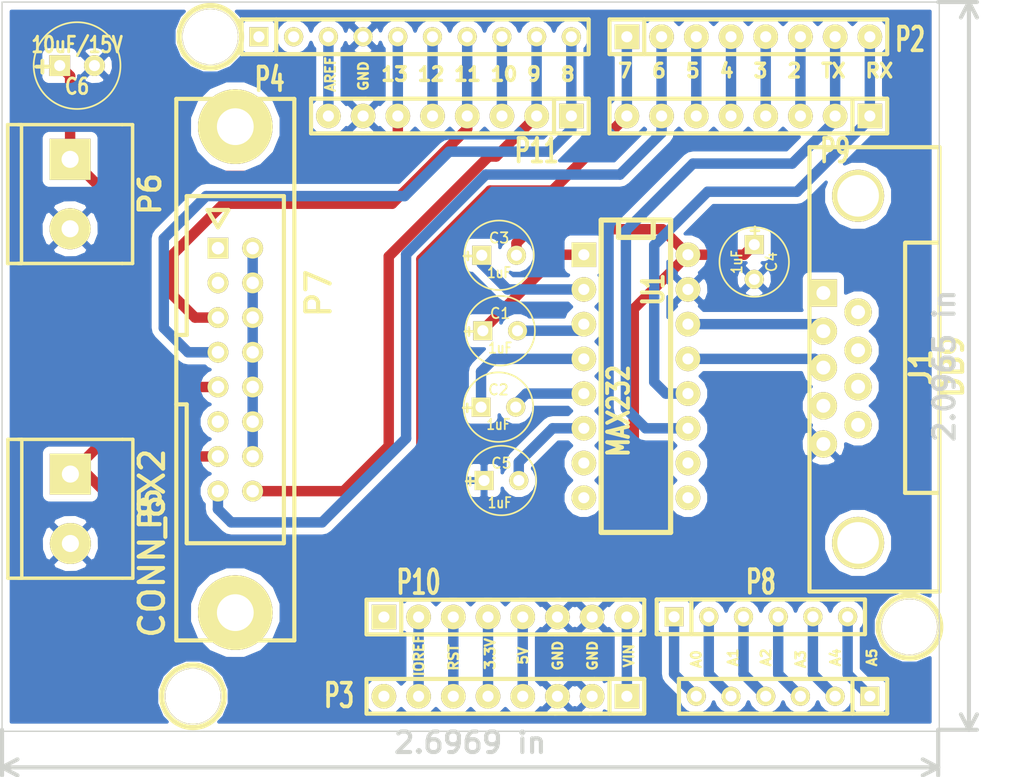
<source format=kicad_pcb>
(kicad_pcb (version 3) (host pcbnew "(2013-07-07 BZR 4022)-stable")

  (general
    (links 65)
    (no_connects 0)
    (area 197.9696 99.949999 278.749999 158.7)
    (thickness 1.6)
    (drawings 25)
    (tracks 146)
    (zones 0)
    (modules 22)
    (nets 38)
  )

  (page A3)
  (layers
    (15 F.Cu signal)
    (0 B.Cu signal)
    (16 B.Adhes user)
    (17 F.Adhes user)
    (18 B.Paste user)
    (19 F.Paste user)
    (20 B.SilkS user)
    (21 F.SilkS user)
    (22 B.Mask user)
    (23 F.Mask user)
    (24 Dwgs.User user)
    (25 Cmts.User user)
    (26 Eco1.User user)
    (27 Eco2.User user)
    (28 Edge.Cuts user)
  )

  (setup
    (last_trace_width 0.762)
    (trace_clearance 0.254)
    (zone_clearance 0.508)
    (zone_45_only yes)
    (trace_min 0.254)
    (segment_width 0.2)
    (edge_width 0.1)
    (via_size 0.889)
    (via_drill 0.635)
    (via_min_size 0.889)
    (via_min_drill 0.508)
    (uvia_size 0.508)
    (uvia_drill 0.127)
    (uvias_allowed no)
    (uvia_min_size 0.508)
    (uvia_min_drill 0.127)
    (pcb_text_width 0.3)
    (pcb_text_size 1.5 1.5)
    (mod_edge_width 0.15)
    (mod_text_size 1 1)
    (mod_text_width 0.15)
    (pad_size 4.064 4.064)
    (pad_drill 4)
    (pad_to_mask_clearance 0)
    (aux_axis_origin 0 0)
    (visible_elements 7FFFFFFF)
    (pcbplotparams
      (layerselection 3178497)
      (usegerberextensions true)
      (excludeedgelayer true)
      (linewidth 0.150000)
      (plotframeref false)
      (viasonmask false)
      (mode 1)
      (useauxorigin false)
      (hpglpennumber 1)
      (hpglpenspeed 20)
      (hpglpendiameter 15)
      (hpglpenoverlay 2)
      (psnegative false)
      (psa4output false)
      (plotreference true)
      (plotvalue true)
      (plotothertext true)
      (plotinvisibletext false)
      (padsonsilk false)
      (subtractmaskfromsilk false)
      (outputformat 1)
      (mirror false)
      (drillshape 1)
      (scaleselection 1)
      (outputdirectory ""))
  )

  (net 0 "")
  (net 1 /10)
  (net 2 /11)
  (net 3 /12)
  (net 4 /13)
  (net 5 /2)
  (net 6 /3)
  (net 7 /3.3V)
  (net 8 /4)
  (net 9 /5)
  (net 10 /5V)
  (net 11 /6)
  (net 12 /7)
  (net 13 /8)
  (net 14 /9)
  (net 15 /A0)
  (net 16 /A1)
  (net 17 /A2)
  (net 18 /A3)
  (net 19 /A4)
  (net 20 /A5)
  (net 21 /AREF)
  (net 22 /IOREF)
  (net 23 /RST)
  (net 24 /RX)
  (net 25 /RX_DB9)
  (net 26 /TX)
  (net 27 /TX_DB9)
  (net 28 /VCC)
  (net 29 /VIN)
  (net 30 GND)
  (net 31 N-0000017)
  (net 32 N-0000018)
  (net 33 N-0000019)
  (net 34 N-0000020)
  (net 35 N-0000021)
  (net 36 N-0000022)
  (net 37 N-0000023)

  (net_class Default "This is the default net class."
    (clearance 0.254)
    (trace_width 0.762)
    (via_dia 0.889)
    (via_drill 0.635)
    (uvia_dia 0.508)
    (uvia_drill 0.127)
    (add_net "")
    (add_net /10)
    (add_net /11)
    (add_net /12)
    (add_net /13)
    (add_net /2)
    (add_net /3)
    (add_net /3.3V)
    (add_net /4)
    (add_net /5)
    (add_net /5V)
    (add_net /6)
    (add_net /7)
    (add_net /8)
    (add_net /9)
    (add_net /A0)
    (add_net /A1)
    (add_net /A2)
    (add_net /A3)
    (add_net /A4)
    (add_net /A5)
    (add_net /AREF)
    (add_net /IOREF)
    (add_net /RST)
    (add_net /RX)
    (add_net /RX_DB9)
    (add_net /TX)
    (add_net /TX_DB9)
    (add_net /VCC)
    (add_net /VIN)
    (add_net GND)
    (add_net N-0000017)
    (add_net N-0000018)
    (add_net N-0000019)
    (add_net N-0000020)
    (add_net N-0000021)
    (add_net N-0000022)
    (add_net N-0000023)
  )

  (module SIL-8 (layer F.Cu) (tedit 561B7213) (tstamp 561B57AA)
    (at 236.83 150.8 180)
    (descr "Connecteur 8 pins")
    (tags "CONN DEV")
    (path /561B48A9)
    (fp_text reference P3 (at 12.167 0.051 180) (layer F.SilkS)
      (effects (font (size 1.72974 1.08712) (thickness 0.3048)))
    )
    (fp_text value CONN_8 (at 4.37 2.83 180) (layer F.SilkS) hide
      (effects (font (size 1.524 1.016) (thickness 0.254)))
    )
    (fp_line (start -10.16 -1.27) (end 10.16 -1.27) (layer F.SilkS) (width 0.3048))
    (fp_line (start 10.16 -1.27) (end 10.16 1.27) (layer F.SilkS) (width 0.3048))
    (fp_line (start 10.16 1.27) (end -10.16 1.27) (layer F.SilkS) (width 0.3048))
    (fp_line (start -10.16 1.27) (end -10.16 -1.27) (layer F.SilkS) (width 0.3048))
    (fp_line (start -7.62 1.27) (end -7.62 -1.27) (layer F.SilkS) (width 0.3048))
    (pad 1 thru_hole rect (at -8.89 0 180) (size 1.8 1.8) (drill 0.8128)
      (layers *.Cu *.Mask F.SilkS)
      (net 29 /VIN)
    )
    (pad 2 thru_hole circle (at -6.35 0 180) (size 1.8 1.8) (drill 0.8128)
      (layers *.Cu *.Mask F.SilkS)
      (net 30 GND)
    )
    (pad 3 thru_hole circle (at -3.81 0 180) (size 1.8 1.8) (drill 0.8128)
      (layers *.Cu *.Mask F.SilkS)
      (net 30 GND)
    )
    (pad 4 thru_hole circle (at -1.27 0 180) (size 1.8 1.8) (drill 0.8128)
      (layers *.Cu *.Mask F.SilkS)
      (net 10 /5V)
    )
    (pad 5 thru_hole circle (at 1.27 0 180) (size 1.8 1.8) (drill 0.8128)
      (layers *.Cu *.Mask F.SilkS)
      (net 7 /3.3V)
    )
    (pad 6 thru_hole circle (at 3.81 0 180) (size 1.8 1.8) (drill 0.8128)
      (layers *.Cu *.Mask F.SilkS)
      (net 23 /RST)
    )
    (pad 7 thru_hole circle (at 6.35 0 180) (size 1.8 1.8) (drill 0.8128)
      (layers *.Cu *.Mask F.SilkS)
      (net 22 /IOREF)
    )
    (pad 8 thru_hole circle (at 8.89 0 180) (size 1.8 1.8) (drill 0.8128)
      (layers *.Cu *.Mask F.SilkS)
    )
  )

  (module SIL-8 (layer F.Cu) (tedit 561B70F0) (tstamp 561B57BB)
    (at 254.61 102.54)
    (descr "Connecteur 8 pins")
    (tags "CONN DEV")
    (path /561B49A9)
    (fp_text reference P2 (at 11.836 0.203) (layer F.SilkS)
      (effects (font (size 1.72974 1.08712) (thickness 0.3048)))
    )
    (fp_text value CONN_8 (at 3.95 3.13) (layer F.SilkS) hide
      (effects (font (size 1.524 1.016) (thickness 0.254)))
    )
    (fp_line (start -10.16 -1.27) (end 10.16 -1.27) (layer F.SilkS) (width 0.3048))
    (fp_line (start 10.16 -1.27) (end 10.16 1.27) (layer F.SilkS) (width 0.3048))
    (fp_line (start 10.16 1.27) (end -10.16 1.27) (layer F.SilkS) (width 0.3048))
    (fp_line (start -10.16 1.27) (end -10.16 -1.27) (layer F.SilkS) (width 0.3048))
    (fp_line (start -7.62 1.27) (end -7.62 -1.27) (layer F.SilkS) (width 0.3048))
    (pad 1 thru_hole rect (at -8.89 0) (size 1.8 1.8) (drill 0.8128)
      (layers *.Cu *.Mask F.SilkS)
      (net 12 /7)
    )
    (pad 2 thru_hole circle (at -6.35 0) (size 1.8 1.8) (drill 0.8128)
      (layers *.Cu *.Mask F.SilkS)
      (net 11 /6)
    )
    (pad 3 thru_hole circle (at -3.81 0) (size 1.8 1.8) (drill 0.8128)
      (layers *.Cu *.Mask F.SilkS)
      (net 9 /5)
    )
    (pad 4 thru_hole circle (at -1.27 0) (size 1.8 1.8) (drill 0.8128)
      (layers *.Cu *.Mask F.SilkS)
      (net 8 /4)
    )
    (pad 5 thru_hole circle (at 1.27 0) (size 1.8 1.8) (drill 0.8128)
      (layers *.Cu *.Mask F.SilkS)
      (net 6 /3)
    )
    (pad 6 thru_hole circle (at 3.81 0) (size 1.8 1.8) (drill 0.8128)
      (layers *.Cu *.Mask F.SilkS)
      (net 5 /2)
    )
    (pad 7 thru_hole circle (at 6.35 0) (size 1.8 1.8) (drill 0.8128)
      (layers *.Cu *.Mask F.SilkS)
      (net 26 /TX)
    )
    (pad 8 thru_hole circle (at 8.89 0) (size 1.8 1.8) (drill 0.8128)
      (layers *.Cu *.Mask F.SilkS)
      (net 24 /RX)
    )
  )

  (module SIL-8 (layer F.Cu) (tedit 561B67CA) (tstamp 561B57CC)
    (at 236.83 145)
    (descr "Connecteur 8 pins")
    (tags "CONN DEV")
    (path /561B5A7A)
    (fp_text reference P10 (at -6.35 -2.54) (layer F.SilkS)
      (effects (font (size 1.72974 1.08712) (thickness 0.3048)))
    )
    (fp_text value CONN_8 (at 5.08 -2.54) (layer F.SilkS) hide
      (effects (font (size 1.524 1.016) (thickness 0.254)))
    )
    (fp_line (start -10.16 -1.27) (end 10.16 -1.27) (layer F.SilkS) (width 0.3048))
    (fp_line (start 10.16 -1.27) (end 10.16 1.27) (layer F.SilkS) (width 0.3048))
    (fp_line (start 10.16 1.27) (end -10.16 1.27) (layer F.SilkS) (width 0.3048))
    (fp_line (start -10.16 1.27) (end -10.16 -1.27) (layer F.SilkS) (width 0.3048))
    (fp_line (start -7.62 1.27) (end -7.62 -1.27) (layer F.SilkS) (width 0.3048))
    (pad 1 thru_hole rect (at -8.89 0) (size 1.8 1.8) (drill 0.8128)
      (layers *.Cu *.Mask F.SilkS)
    )
    (pad 2 thru_hole circle (at -6.35 0) (size 1.8 1.8) (drill 0.8128)
      (layers *.Cu *.Mask F.SilkS)
      (net 22 /IOREF)
    )
    (pad 3 thru_hole circle (at -3.81 0) (size 1.8 1.8) (drill 0.8128)
      (layers *.Cu *.Mask F.SilkS)
      (net 23 /RST)
    )
    (pad 4 thru_hole circle (at -1.27 0) (size 1.8 1.8) (drill 0.8128)
      (layers *.Cu *.Mask F.SilkS)
      (net 7 /3.3V)
    )
    (pad 5 thru_hole circle (at 1.27 0) (size 1.8 1.8) (drill 0.8128)
      (layers *.Cu *.Mask F.SilkS)
      (net 10 /5V)
    )
    (pad 6 thru_hole circle (at 3.81 0) (size 1.8 1.8) (drill 0.8128)
      (layers *.Cu *.Mask F.SilkS)
      (net 30 GND)
    )
    (pad 7 thru_hole circle (at 6.35 0) (size 1.8 1.8) (drill 0.8128)
      (layers *.Cu *.Mask F.SilkS)
      (net 30 GND)
    )
    (pad 8 thru_hole circle (at 8.89 0) (size 1.8 1.8) (drill 0.8128)
      (layers *.Cu *.Mask F.SilkS)
      (net 29 /VIN)
    )
  )

  (module SIL-8 (layer F.Cu) (tedit 561B67B8) (tstamp 561B57DD)
    (at 232.77 108.34 180)
    (descr "Connecteur 8 pins")
    (tags "CONN DEV")
    (path /561B5A6E)
    (fp_text reference P11 (at -6.35 -2.54 180) (layer F.SilkS)
      (effects (font (size 1.72974 1.08712) (thickness 0.3048)))
    )
    (fp_text value CONN_8 (at 5.08 -2.54 180) (layer F.SilkS) hide
      (effects (font (size 1.524 1.016) (thickness 0.254)))
    )
    (fp_line (start -10.16 -1.27) (end 10.16 -1.27) (layer F.SilkS) (width 0.3048))
    (fp_line (start 10.16 -1.27) (end 10.16 1.27) (layer F.SilkS) (width 0.3048))
    (fp_line (start 10.16 1.27) (end -10.16 1.27) (layer F.SilkS) (width 0.3048))
    (fp_line (start -10.16 1.27) (end -10.16 -1.27) (layer F.SilkS) (width 0.3048))
    (fp_line (start -7.62 1.27) (end -7.62 -1.27) (layer F.SilkS) (width 0.3048))
    (pad 1 thru_hole rect (at -8.89 0 180) (size 1.8 1.8) (drill 0.8128)
      (layers *.Cu *.Mask F.SilkS)
      (net 13 /8)
    )
    (pad 2 thru_hole circle (at -6.35 0 180) (size 1.8 1.8) (drill 0.8128)
      (layers *.Cu *.Mask F.SilkS)
      (net 14 /9)
    )
    (pad 3 thru_hole circle (at -3.81 0 180) (size 1.8 1.8) (drill 0.8128)
      (layers *.Cu *.Mask F.SilkS)
      (net 1 /10)
    )
    (pad 4 thru_hole circle (at -1.27 0 180) (size 1.8 1.8) (drill 0.8128)
      (layers *.Cu *.Mask F.SilkS)
      (net 2 /11)
    )
    (pad 5 thru_hole circle (at 1.27 0 180) (size 1.8 1.8) (drill 0.8128)
      (layers *.Cu *.Mask F.SilkS)
      (net 3 /12)
    )
    (pad 6 thru_hole circle (at 3.81 0 180) (size 1.8 1.8) (drill 0.8128)
      (layers *.Cu *.Mask F.SilkS)
      (net 4 /13)
    )
    (pad 7 thru_hole circle (at 6.35 0 180) (size 1.8 1.8) (drill 0.8128)
      (layers *.Cu *.Mask F.SilkS)
      (net 30 GND)
    )
    (pad 8 thru_hole circle (at 8.89 0 180) (size 1.8 1.8) (drill 0.8128)
      (layers *.Cu *.Mask F.SilkS)
      (net 21 /AREF)
    )
  )

  (module SIL-8 (layer F.Cu) (tedit 561B67B3) (tstamp 561B57EE)
    (at 254.61 108.34 180)
    (descr "Connecteur 8 pins")
    (tags "CONN DEV")
    (path /561B5A5C)
    (fp_text reference P9 (at -6.35 -2.54 180) (layer F.SilkS)
      (effects (font (size 1.72974 1.08712) (thickness 0.3048)))
    )
    (fp_text value CONN_8 (at 5.08 -2.54 180) (layer F.SilkS) hide
      (effects (font (size 1.524 1.016) (thickness 0.254)))
    )
    (fp_line (start -10.16 -1.27) (end 10.16 -1.27) (layer F.SilkS) (width 0.3048))
    (fp_line (start 10.16 -1.27) (end 10.16 1.27) (layer F.SilkS) (width 0.3048))
    (fp_line (start 10.16 1.27) (end -10.16 1.27) (layer F.SilkS) (width 0.3048))
    (fp_line (start -10.16 1.27) (end -10.16 -1.27) (layer F.SilkS) (width 0.3048))
    (fp_line (start -7.62 1.27) (end -7.62 -1.27) (layer F.SilkS) (width 0.3048))
    (pad 1 thru_hole rect (at -8.89 0 180) (size 1.8 1.8) (drill 0.8128)
      (layers *.Cu *.Mask F.SilkS)
      (net 24 /RX)
    )
    (pad 2 thru_hole circle (at -6.35 0 180) (size 1.8 1.8) (drill 0.8128)
      (layers *.Cu *.Mask F.SilkS)
      (net 26 /TX)
    )
    (pad 3 thru_hole circle (at -3.81 0 180) (size 1.8 1.8) (drill 0.8128)
      (layers *.Cu *.Mask F.SilkS)
      (net 5 /2)
    )
    (pad 4 thru_hole circle (at -1.27 0 180) (size 1.8 1.8) (drill 0.8128)
      (layers *.Cu *.Mask F.SilkS)
      (net 6 /3)
    )
    (pad 5 thru_hole circle (at 1.27 0 180) (size 1.8 1.8) (drill 0.8128)
      (layers *.Cu *.Mask F.SilkS)
      (net 8 /4)
    )
    (pad 6 thru_hole circle (at 3.81 0 180) (size 1.8 1.8) (drill 0.8128)
      (layers *.Cu *.Mask F.SilkS)
      (net 9 /5)
    )
    (pad 7 thru_hole circle (at 6.35 0 180) (size 1.8 1.8) (drill 0.8128)
      (layers *.Cu *.Mask F.SilkS)
      (net 11 /6)
    )
    (pad 8 thru_hole circle (at 8.89 0 180) (size 1.8 1.8) (drill 0.8128)
      (layers *.Cu *.Mask F.SilkS)
      (net 12 /7)
    )
  )

  (module SIL-6 (layer F.Cu) (tedit 561F90C8) (tstamp 561B6144)
    (at 257.15 150.8 180)
    (descr "Connecteur 6 pins")
    (tags "CONN DEV")
    (path /561B489A)
    (fp_text reference P1 (at -9.296 -0.076 180) (layer F.SilkS) hide
      (effects (font (size 1.72974 1.08712) (thickness 0.27178)))
    )
    (fp_text value CONN_6 (at 0 -2.54 180) (layer F.SilkS) hide
      (effects (font (size 1.524 1.016) (thickness 0.3048)))
    )
    (fp_line (start -7.62 1.27) (end -7.62 -1.27) (layer F.SilkS) (width 0.3048))
    (fp_line (start -7.62 -1.27) (end 7.62 -1.27) (layer F.SilkS) (width 0.3048))
    (fp_line (start 7.62 -1.27) (end 7.62 1.27) (layer F.SilkS) (width 0.3048))
    (fp_line (start 7.62 1.27) (end -7.62 1.27) (layer F.SilkS) (width 0.3048))
    (fp_line (start -5.08 1.27) (end -5.08 -1.27) (layer F.SilkS) (width 0.3048))
    (pad 1 thru_hole rect (at -6.35 0 180) (size 1.397 1.397) (drill 0.8128)
      (layers *.Cu *.Mask F.SilkS)
      (net 20 /A5)
    )
    (pad 2 thru_hole circle (at -3.81 0 180) (size 1.397 1.397) (drill 0.8128)
      (layers *.Cu *.Mask F.SilkS)
      (net 19 /A4)
    )
    (pad 3 thru_hole circle (at -1.27 0 180) (size 1.397 1.397) (drill 0.8128)
      (layers *.Cu *.Mask F.SilkS)
      (net 18 /A3)
    )
    (pad 4 thru_hole circle (at 1.27 0 180) (size 1.397 1.397) (drill 0.8128)
      (layers *.Cu *.Mask F.SilkS)
      (net 17 /A2)
    )
    (pad 5 thru_hole circle (at 3.81 0 180) (size 1.397 1.397) (drill 0.8128)
      (layers *.Cu *.Mask F.SilkS)
      (net 16 /A1)
    )
    (pad 6 thru_hole circle (at 6.35 0 180) (size 1.397 1.397) (drill 0.8128)
      (layers *.Cu *.Mask F.SilkS)
      (net 15 /A0)
    )
  )

  (module SIL-6 (layer F.Cu) (tedit 200000) (tstamp 561B580C)
    (at 255.524 144.9832)
    (descr "Connecteur 6 pins")
    (tags "CONN DEV")
    (path /561B5A56)
    (fp_text reference P8 (at 0 -2.54) (layer F.SilkS)
      (effects (font (size 1.72974 1.08712) (thickness 0.3048)))
    )
    (fp_text value CONN_6 (at 0 -2.54) (layer F.SilkS) hide
      (effects (font (size 1.524 1.016) (thickness 0.3048)))
    )
    (fp_line (start -7.62 1.27) (end -7.62 -1.27) (layer F.SilkS) (width 0.3048))
    (fp_line (start -7.62 -1.27) (end 7.62 -1.27) (layer F.SilkS) (width 0.3048))
    (fp_line (start 7.62 -1.27) (end 7.62 1.27) (layer F.SilkS) (width 0.3048))
    (fp_line (start 7.62 1.27) (end -7.62 1.27) (layer F.SilkS) (width 0.3048))
    (fp_line (start -5.08 1.27) (end -5.08 -1.27) (layer F.SilkS) (width 0.3048))
    (pad 1 thru_hole rect (at -6.35 0) (size 1.397 1.397) (drill 0.8128)
      (layers *.Cu *.Mask F.SilkS)
      (net 15 /A0)
    )
    (pad 2 thru_hole circle (at -3.81 0) (size 1.397 1.397) (drill 0.8128)
      (layers *.Cu *.Mask F.SilkS)
      (net 16 /A1)
    )
    (pad 3 thru_hole circle (at -1.27 0) (size 1.397 1.397) (drill 0.8128)
      (layers *.Cu *.Mask F.SilkS)
      (net 17 /A2)
    )
    (pad 4 thru_hole circle (at 1.27 0) (size 1.397 1.397) (drill 0.8128)
      (layers *.Cu *.Mask F.SilkS)
      (net 18 /A3)
    )
    (pad 5 thru_hole circle (at 3.81 0) (size 1.397 1.397) (drill 0.8128)
      (layers *.Cu *.Mask F.SilkS)
      (net 19 /A4)
    )
    (pad 6 thru_hole circle (at 6.35 0) (size 1.397 1.397) (drill 0.8128)
      (layers *.Cu *.Mask F.SilkS)
      (net 20 /A5)
    )
  )

  (module SIL-10 (layer F.Cu) (tedit 561B7157) (tstamp 561B581F)
    (at 230.226 102.54)
    (descr "Connecteur 10 pins")
    (tags "CONN DEV")
    (path /561B49B8)
    (fp_text reference P4 (at -10.643 3.124) (layer F.SilkS)
      (effects (font (size 1.72974 1.08712) (thickness 0.3048)))
    )
    (fp_text value CONN_10 (at 6.314 2.91) (layer F.SilkS) hide
      (effects (font (size 1.524 1.016) (thickness 0.254)))
    )
    (fp_line (start -12.7 1.27) (end -12.7 -1.27) (layer F.SilkS) (width 0.3048))
    (fp_line (start -12.7 -1.27) (end 12.7 -1.27) (layer F.SilkS) (width 0.3048))
    (fp_line (start 12.7 -1.27) (end 12.7 1.27) (layer F.SilkS) (width 0.3048))
    (fp_line (start 12.7 1.27) (end -12.7 1.27) (layer F.SilkS) (width 0.3048))
    (fp_line (start -10.16 1.27) (end -10.16 -1.27) (layer F.SilkS) (width 0.3048))
    (pad 1 thru_hole rect (at -11.43 0) (size 1.397 1.397) (drill 0.8128)
      (layers *.Cu *.Mask F.SilkS)
    )
    (pad 2 thru_hole circle (at -8.89 0) (size 1.397 1.397) (drill 0.8128)
      (layers *.Cu *.Mask F.SilkS)
    )
    (pad 3 thru_hole circle (at -6.35 0) (size 1.397 1.397) (drill 0.8128)
      (layers *.Cu *.Mask F.SilkS)
      (net 21 /AREF)
    )
    (pad 4 thru_hole circle (at -3.81 0) (size 1.397 1.397) (drill 0.8128)
      (layers *.Cu *.Mask F.SilkS)
      (net 30 GND)
    )
    (pad 5 thru_hole circle (at -1.27 0) (size 1.397 1.397) (drill 0.8128)
      (layers *.Cu *.Mask F.SilkS)
      (net 4 /13)
    )
    (pad 6 thru_hole circle (at 1.27 0) (size 1.397 1.397) (drill 0.8128)
      (layers *.Cu *.Mask F.SilkS)
      (net 3 /12)
    )
    (pad 7 thru_hole circle (at 3.81 0) (size 1.397 1.397) (drill 0.8128)
      (layers *.Cu *.Mask F.SilkS)
      (net 2 /11)
    )
    (pad 8 thru_hole circle (at 6.35 0) (size 1.397 1.397) (drill 0.8128)
      (layers *.Cu *.Mask F.SilkS)
      (net 1 /10)
    )
    (pad 9 thru_hole circle (at 8.89 0) (size 1.397 1.397) (drill 0.8128)
      (layers *.Cu *.Mask F.SilkS)
      (net 14 /9)
    )
    (pad 10 thru_hole circle (at 11.43 0) (size 1.397 1.397) (drill 0.8128)
      (layers *.Cu *.Mask F.SilkS)
      (net 13 /8)
    )
  )

  (module mors_2p (layer F.Cu) (tedit 561B7C6A) (tstamp 561B582E)
    (at 204.98 114.05 270)
    (descr "Terminal block 2 pins")
    (tags DEV)
    (path /561B4C21)
    (fp_text reference P6 (at 0 -5.842 270) (layer F.SilkS)
      (effects (font (size 1.524 1.524) (thickness 0.3048)))
    )
    (fp_text value CONN_2 (at 0 5.842 270) (layer F.SilkS) hide
      (effects (font (size 1.524 1.524) (thickness 0.3048)))
    )
    (fp_line (start 5.08 -3.81) (end 5.08 -4.572) (layer F.SilkS) (width 0.254))
    (fp_line (start 5.08 -4.572) (end -5.08 -4.572) (layer F.SilkS) (width 0.254))
    (fp_line (start -5.08 -4.572) (end -5.08 -3.81) (layer F.SilkS) (width 0.254))
    (fp_line (start 5.08 4.572) (end -5.08 4.572) (layer F.SilkS) (width 0.254))
    (fp_line (start -5.08 4.572) (end -5.08 3.556) (layer F.SilkS) (width 0.254))
    (fp_line (start -5.08 3.556) (end 5.08 3.556) (layer F.SilkS) (width 0.254))
    (fp_line (start 5.08 3.556) (end 5.08 4.572) (layer F.SilkS) (width 0.254))
    (fp_line (start 5.08 3.81) (end 5.08 -3.81) (layer F.SilkS) (width 0.254))
    (fp_line (start -5.08 -3.81) (end -5.08 3.81) (layer F.SilkS) (width 0.254))
    (pad 1 thru_hole rect (at -2.54 0 270) (size 2.99974 2.99974) (drill 1.24968)
      (layers *.Cu *.Mask F.SilkS)
      (net 28 /VCC)
    )
    (pad 2 thru_hole circle (at 2.54 0 270) (size 2.99974 2.99974) (drill 1.24968)
      (layers *.Cu *.Mask F.SilkS)
      (net 30 GND)
    )
    (model walter/conn_screw/mors_2p.wrl
      (at (xyz 0 0 0))
      (scale (xyz 1 1 1))
      (rotate (xyz 0 0 0))
    )
  )

  (module mors_2p (layer F.Cu) (tedit 561B7C70) (tstamp 561B583D)
    (at 205 137.08 270)
    (descr "Terminal block 2 pins")
    (tags DEV)
    (path /561B4C12)
    (fp_text reference P5 (at 0 -5.842 270) (layer F.SilkS)
      (effects (font (size 1.524 1.524) (thickness 0.3048)))
    )
    (fp_text value CONN_2 (at 0 5.842 270) (layer F.SilkS) hide
      (effects (font (size 1.524 1.524) (thickness 0.3048)))
    )
    (fp_line (start 5.08 -3.81) (end 5.08 -4.572) (layer F.SilkS) (width 0.254))
    (fp_line (start 5.08 -4.572) (end -5.08 -4.572) (layer F.SilkS) (width 0.254))
    (fp_line (start -5.08 -4.572) (end -5.08 -3.81) (layer F.SilkS) (width 0.254))
    (fp_line (start 5.08 4.572) (end -5.08 4.572) (layer F.SilkS) (width 0.254))
    (fp_line (start -5.08 4.572) (end -5.08 3.556) (layer F.SilkS) (width 0.254))
    (fp_line (start -5.08 3.556) (end 5.08 3.556) (layer F.SilkS) (width 0.254))
    (fp_line (start 5.08 3.556) (end 5.08 4.572) (layer F.SilkS) (width 0.254))
    (fp_line (start 5.08 3.81) (end 5.08 -3.81) (layer F.SilkS) (width 0.254))
    (fp_line (start -5.08 -3.81) (end -5.08 3.81) (layer F.SilkS) (width 0.254))
    (pad 1 thru_hole rect (at -2.54 0 270) (size 2.99974 2.99974) (drill 1.24968)
      (layers *.Cu *.Mask F.SilkS)
      (net 28 /VCC)
    )
    (pad 2 thru_hole circle (at 2.54 0 270) (size 2.99974 2.99974) (drill 1.24968)
      (layers *.Cu *.Mask F.SilkS)
      (net 30 GND)
    )
    (model walter/conn_screw/mors_2p.wrl
      (at (xyz 0 0 0))
      (scale (xyz 1 1 1))
      (rotate (xyz 0 0 0))
    )
  )

  (module Ideonics_DB9FC (layer F.Cu) (tedit 5476E2C7) (tstamp 561BB10E)
    (at 261.37 126.75 270)
    (descr "Connecteur DB9 femelle couche")
    (tags "CONN DB9")
    (path /561B570B)
    (fp_text reference J1 (at -0.0254 -5.8674 270) (layer F.SilkS)
      (effects (font (size 1.524 1.524) (thickness 0.3048)))
    )
    (fp_text value DB9 (at -0.07 -8.19 270) (layer F.SilkS)
      (effects (font (size 1.524 1.524) (thickness 0.3048)))
    )
    (fp_line (start -9.14654 -4.72948) (end -9.14654 -7.21106) (layer F.SilkS) (width 0.3048))
    (fp_line (start 9.16686 -4.70408) (end 9.16686 -7.20598) (layer F.SilkS) (width 0.3048))
    (fp_line (start -16.129 2.286) (end 16.383 2.286) (layer F.SilkS) (width 0.3048))
    (fp_line (start 16.383 2.286) (end 16.383 -7.23) (layer F.SilkS) (width 0.3048))
    (fp_line (start 16.383 -7.23) (end -16.129 -7.23) (layer F.SilkS) (width 0.3048))
    (fp_line (start -16.129 -7.23) (end -16.129 2.286) (layer F.SilkS) (width 0.3048))
    (fp_line (start -9.1313 -4.7117) (end 9.1567 -4.7117) (layer F.SilkS) (width 0.3048))
    (pad "" thru_hole circle (at 12.827 -1.27 270) (size 3.81 3.81) (drill 3.048)
      (layers *.Cu *.Mask F.SilkS)
    )
    (pad "" thru_hole circle (at -12.573 -1.27 270) (size 3.81 3.81) (drill 3.048)
      (layers *.Cu *.Mask F.SilkS)
    )
    (pad 1 thru_hole rect (at -5.461 1.27 270) (size 2 2) (drill 1.016)
      (layers *.Cu *.Mask F.SilkS)
    )
    (pad 2 thru_hole circle (at -2.667 1.27 270) (size 2 2) (drill 1.016)
      (layers *.Cu *.Mask F.SilkS)
      (net 25 /RX_DB9)
    )
    (pad 3 thru_hole circle (at 0 1.27 270) (size 2 2) (drill 1.016)
      (layers *.Cu *.Mask F.SilkS)
      (net 27 /TX_DB9)
    )
    (pad 4 thru_hole circle (at 2.794 1.27 270) (size 2 2) (drill 1.016)
      (layers *.Cu *.Mask F.SilkS)
    )
    (pad 5 thru_hole circle (at 5.588 1.27 270) (size 2 2) (drill 1.016)
      (layers *.Cu *.Mask F.SilkS)
      (net 30 GND)
    )
    (pad 6 thru_hole circle (at -4.064 -1.27 270) (size 2 2) (drill 1.016)
      (layers *.Cu *.Mask F.SilkS)
    )
    (pad 7 thru_hole circle (at -1.27 -1.27 270) (size 2 2) (drill 1.016)
      (layers *.Cu *.Mask F.SilkS)
    )
    (pad 8 thru_hole circle (at 1.397 -1.27 270) (size 2 2) (drill 1.016)
      (layers *.Cu *.Mask F.SilkS)
    )
    (pad 9 thru_hole circle (at 4.191 -1.27 270) (size 2 2) (drill 1.016)
      (layers *.Cu *.Mask F.SilkS)
    )
    (model conn_DBxx/db9_female_pin90deg.wrl
      (at (xyz 0 0 0))
      (scale (xyz 1 1 1))
      (rotate (xyz 0 0 0))
    )
  )

  (module he10-16d (layer F.Cu) (tedit 200000) (tstamp 561B5877)
    (at 217.0684 126.8984 270)
    (descr "Connecteur HE10 16 contacts droit")
    (tags "CONN HE10")
    (path /561B4D5C)
    (fp_text reference P7 (at -5.588 -6.096 270) (layer F.SilkS)
      (effects (font (size 1.778 1.778) (thickness 0.3048)))
    )
    (fp_text value CONN_8X2 (at 12.7 6.096 270) (layer F.SilkS)
      (effects (font (size 1.778 1.778) (thickness 0.3048)))
    )
    (fp_line (start -2.54 4.318) (end -2.54 3.556) (layer F.SilkS) (width 0.3048))
    (fp_line (start -2.54 3.556) (end -12.7 3.556) (layer F.SilkS) (width 0.3048))
    (fp_line (start -12.7 3.556) (end -12.7 -3.556) (layer F.SilkS) (width 0.3048))
    (fp_line (start -12.7 -3.556) (end 12.7 -3.556) (layer F.SilkS) (width 0.3048))
    (fp_line (start 12.7 -3.556) (end 12.7 3.556) (layer F.SilkS) (width 0.3048))
    (fp_line (start 12.7 3.556) (end 2.54 3.556) (layer F.SilkS) (width 0.3048))
    (fp_line (start 2.54 3.556) (end 2.54 4.318) (layer F.SilkS) (width 0.3048))
    (fp_line (start -19.812 4.318) (end -19.812 -4.318) (layer F.SilkS) (width 0.3048))
    (fp_line (start -19.812 -4.318) (end 19.812 -4.318) (layer F.SilkS) (width 0.3048))
    (fp_line (start 19.812 -4.318) (end 19.812 4.318) (layer F.SilkS) (width 0.3048))
    (fp_line (start 19.812 4.318) (end -19.812 4.318) (layer F.SilkS) (width 0.3048))
    (fp_line (start -10.414 1.27) (end -11.684 0.508) (layer F.SilkS) (width 0.3048))
    (fp_line (start -11.684 0.508) (end -11.684 2.032) (layer F.SilkS) (width 0.3048))
    (fp_line (start -11.684 2.032) (end -10.414 1.27) (layer F.SilkS) (width 0.3048))
    (pad 0 thru_hole circle (at -17.78 0 270) (size 5.461 5.461) (drill 2.6924)
      (layers *.Cu *.Mask F.SilkS)
    )
    (pad 0 thru_hole circle (at 17.78 0 270) (size 5.461 5.461) (drill 2.6924)
      (layers *.Cu *.Mask F.SilkS)
    )
    (pad 1 thru_hole rect (at -8.89 1.27 270) (size 1.524 1.524) (drill 0.9144)
      (layers *.Cu *.Mask F.SilkS)
    )
    (pad 2 thru_hole circle (at -8.89 -1.27 270) (size 1.524 1.524) (drill 0.9144)
      (layers *.Cu *.Mask F.SilkS)
      (net 37 N-0000023)
    )
    (pad 3 thru_hole circle (at -6.35 1.27 270) (size 1.524 1.524) (drill 0.9144)
      (layers *.Cu *.Mask F.SilkS)
    )
    (pad 4 thru_hole circle (at -6.35 -1.27 270) (size 1.524 1.524) (drill 0.9144)
      (layers *.Cu *.Mask F.SilkS)
      (net 37 N-0000023)
    )
    (pad 5 thru_hole circle (at -3.81 1.27 270) (size 1.524 1.524) (drill 0.9144)
      (layers *.Cu *.Mask F.SilkS)
      (net 2 /11)
    )
    (pad 6 thru_hole circle (at -3.81 -1.27 270) (size 1.524 1.524) (drill 0.9144)
      (layers *.Cu *.Mask F.SilkS)
      (net 37 N-0000023)
    )
    (pad 7 thru_hole circle (at -1.27 1.27 270) (size 1.524 1.524) (drill 0.9144)
      (layers *.Cu *.Mask F.SilkS)
      (net 13 /8)
    )
    (pad 8 thru_hole circle (at -1.27 -1.27 270) (size 1.524 1.524) (drill 0.9144)
      (layers *.Cu *.Mask F.SilkS)
      (net 37 N-0000023)
    )
    (pad 9 thru_hole circle (at 1.27 1.27 270) (size 1.524 1.524) (drill 0.9144)
      (layers *.Cu *.Mask F.SilkS)
      (net 4 /13)
    )
    (pad 10 thru_hole circle (at 1.27 -1.27 270) (size 1.524 1.524) (drill 0.9144)
      (layers *.Cu *.Mask F.SilkS)
      (net 37 N-0000023)
    )
    (pad 11 thru_hole circle (at 3.81 1.27 270) (size 1.524 1.524) (drill 0.9144)
      (layers *.Cu *.Mask F.SilkS)
    )
    (pad 12 thru_hole circle (at 3.81 -1.27 270) (size 1.524 1.524) (drill 0.9144)
      (layers *.Cu *.Mask F.SilkS)
      (net 37 N-0000023)
    )
    (pad 13 thru_hole circle (at 6.35 1.27 270) (size 1.524 1.524) (drill 0.9144)
      (layers *.Cu *.Mask F.SilkS)
      (net 12 /7)
    )
    (pad 14 thru_hole circle (at 6.35 -1.27 270) (size 1.524 1.524) (drill 0.9144)
      (layers *.Cu *.Mask F.SilkS)
      (net 37 N-0000023)
    )
    (pad 15 thru_hole circle (at 8.89 1.27 270) (size 1.524 1.524) (drill 0.9144)
      (layers *.Cu *.Mask F.SilkS)
      (net 11 /6)
    )
    (pad 16 thru_hole circle (at 8.89 -1.27 270) (size 1.524 1.524) (drill 0.9144)
      (layers *.Cu *.Mask F.SilkS)
      (net 14 /9)
    )
  )

  (module DIP-16__300 (layer F.Cu) (tedit 5476CD84) (tstamp 561B5893)
    (at 246.38 127.38 270)
    (descr "16 pins DIL package, round pads")
    (tags DIL)
    (path /561B51C3)
    (fp_text reference U1 (at -6.35 -1.27 270) (layer F.SilkS)
      (effects (font (size 1.524 1.143) (thickness 0.3048)))
    )
    (fp_text value MAX232 (at 2.54 1.27 270) (layer F.SilkS)
      (effects (font (size 1.524 1.143) (thickness 0.3048)))
    )
    (fp_line (start -11.43 -1.27) (end -11.43 -1.27) (layer F.SilkS) (width 0.381))
    (fp_line (start -11.43 -1.27) (end -10.16 -1.27) (layer F.SilkS) (width 0.381))
    (fp_line (start -10.16 -1.27) (end -10.16 1.27) (layer F.SilkS) (width 0.381))
    (fp_line (start -10.16 1.27) (end -11.43 1.27) (layer F.SilkS) (width 0.381))
    (fp_line (start -11.43 -2.54) (end 11.43 -2.54) (layer F.SilkS) (width 0.381))
    (fp_line (start 11.43 -2.54) (end 11.43 2.54) (layer F.SilkS) (width 0.381))
    (fp_line (start 11.43 2.54) (end -11.43 2.54) (layer F.SilkS) (width 0.381))
    (fp_line (start -11.43 2.54) (end -11.43 -2.54) (layer F.SilkS) (width 0.381))
    (pad 1 thru_hole rect (at -8.89 3.81 270) (size 1.8 1.8) (drill 0.8128)
      (layers *.Cu *.Mask F.SilkS)
      (net 36 N-0000022)
    )
    (pad 2 thru_hole circle (at -6.35 3.81 270) (size 1.8 1.8) (drill 0.8128)
      (layers *.Cu *.Mask F.SilkS)
      (net 32 N-0000018)
    )
    (pad 3 thru_hole circle (at -3.81 3.81 270) (size 1.8 1.8) (drill 0.8128)
      (layers *.Cu *.Mask F.SilkS)
      (net 35 N-0000021)
    )
    (pad 4 thru_hole circle (at -1.27 3.81 270) (size 1.8 1.8) (drill 0.8128)
      (layers *.Cu *.Mask F.SilkS)
      (net 34 N-0000020)
    )
    (pad 5 thru_hole circle (at 1.27 3.81 270) (size 1.8 1.8) (drill 0.8128)
      (layers *.Cu *.Mask F.SilkS)
      (net 31 N-0000017)
    )
    (pad 6 thru_hole circle (at 3.81 3.81 270) (size 1.8 1.8) (drill 0.8128)
      (layers *.Cu *.Mask F.SilkS)
      (net 33 N-0000019)
    )
    (pad 7 thru_hole circle (at 6.35 3.81 270) (size 1.8 1.8) (drill 0.8128)
      (layers *.Cu *.Mask F.SilkS)
    )
    (pad 8 thru_hole circle (at 8.89 3.81 270) (size 1.8 1.8) (drill 0.8128)
      (layers *.Cu *.Mask F.SilkS)
    )
    (pad 9 thru_hole circle (at 8.89 -3.81 270) (size 1.8 1.8) (drill 0.8128)
      (layers *.Cu *.Mask F.SilkS)
    )
    (pad 10 thru_hole circle (at 6.35 -3.81 270) (size 1.8 1.8) (drill 0.8128)
      (layers *.Cu *.Mask F.SilkS)
    )
    (pad 11 thru_hole circle (at 3.81 -3.81 270) (size 1.8 1.8) (drill 0.8128)
      (layers *.Cu *.Mask F.SilkS)
      (net 26 /TX)
    )
    (pad 12 thru_hole circle (at 1.27 -3.81 270) (size 1.8 1.8) (drill 0.8128)
      (layers *.Cu *.Mask F.SilkS)
      (net 24 /RX)
    )
    (pad 13 thru_hole circle (at -1.27 -3.81 270) (size 1.8 1.8) (drill 0.8128)
      (layers *.Cu *.Mask F.SilkS)
      (net 27 /TX_DB9)
    )
    (pad 14 thru_hole circle (at -3.81 -3.81 270) (size 1.8 1.8) (drill 0.8128)
      (layers *.Cu *.Mask F.SilkS)
      (net 25 /RX_DB9)
    )
    (pad 15 thru_hole circle (at -6.35 -3.81 270) (size 1.8 1.8) (drill 0.8128)
      (layers *.Cu *.Mask F.SilkS)
      (net 30 GND)
    )
    (pad 16 thru_hole circle (at -8.89 -3.81 270) (size 1.8 1.8) (drill 0.8128)
      (layers *.Cu *.Mask F.SilkS)
      (net 28 /VCC)
    )
    (model dil/dil_16.wrl
      (at (xyz 0 0 0))
      (scale (xyz 1 1 1))
      (rotate (xyz 0 0 0))
    )
  )

  (module C1V5 (layer F.Cu) (tedit 561B6976) (tstamp 561B589B)
    (at 236.54 135.01)
    (descr "Condensateur e = 1 pas")
    (tags C)
    (path /561B53FD)
    (fp_text reference C5 (at 0 -1.26746) (layer F.SilkS)
      (effects (font (size 0.762 0.762) (thickness 0.127)))
    )
    (fp_text value 1uF (at -0.12 1.63) (layer F.SilkS)
      (effects (font (size 0.762 0.635) (thickness 0.127)))
    )
    (fp_text user + (at -2.286 0) (layer F.SilkS)
      (effects (font (size 0.762 0.762) (thickness 0.2032)))
    )
    (fp_circle (center 0 0) (end 0.127 -2.54) (layer F.SilkS) (width 0.127))
    (pad 1 thru_hole rect (at -1.27 0) (size 1.397 1.397) (drill 0.8128)
      (layers *.Cu *.Mask F.SilkS)
      (net 30 GND)
    )
    (pad 2 thru_hole circle (at 1.27 0) (size 1.397 1.397) (drill 0.8128)
      (layers *.Cu *.Mask F.SilkS)
      (net 33 N-0000019)
    )
    (model discret/c_vert_c1v5.wrl
      (at (xyz 0 0 0))
      (scale (xyz 1 1 1))
      (rotate (xyz 0 0 0))
    )
  )

  (module C1V5 (layer F.Cu) (tedit 3E070CF4) (tstamp 561B58A3)
    (at 255.04 119.02 270)
    (descr "Condensateur e = 1 pas")
    (tags C)
    (path /561B5419)
    (fp_text reference C4 (at 0 -1.26746 270) (layer F.SilkS)
      (effects (font (size 0.762 0.762) (thickness 0.127)))
    )
    (fp_text value 1uF (at 0 1.27 270) (layer F.SilkS)
      (effects (font (size 0.762 0.635) (thickness 0.127)))
    )
    (fp_text user + (at -2.286 0 270) (layer F.SilkS)
      (effects (font (size 0.762 0.762) (thickness 0.2032)))
    )
    (fp_circle (center 0 0) (end 0.127 -2.54) (layer F.SilkS) (width 0.127))
    (pad 1 thru_hole rect (at -1.27 0 270) (size 1.397 1.397) (drill 0.8128)
      (layers *.Cu *.Mask F.SilkS)
      (net 28 /VCC)
    )
    (pad 2 thru_hole circle (at 1.27 0 270) (size 1.397 1.397) (drill 0.8128)
      (layers *.Cu *.Mask F.SilkS)
      (net 30 GND)
    )
    (model discret/c_vert_c1v5.wrl
      (at (xyz 0 0 0))
      (scale (xyz 1 1 1))
      (rotate (xyz 0 0 0))
    )
  )

  (module C1V5 (layer F.Cu) (tedit 3E070CF4) (tstamp 561B58AB)
    (at 236.45 124.05)
    (descr "Condensateur e = 1 pas")
    (tags C)
    (path /561B5429)
    (fp_text reference C1 (at 0 -1.26746) (layer F.SilkS)
      (effects (font (size 0.762 0.762) (thickness 0.127)))
    )
    (fp_text value 1uF (at 0 1.27) (layer F.SilkS)
      (effects (font (size 0.762 0.635) (thickness 0.127)))
    )
    (fp_text user + (at -2.286 0) (layer F.SilkS)
      (effects (font (size 0.762 0.762) (thickness 0.2032)))
    )
    (fp_circle (center 0 0) (end 0.127 -2.54) (layer F.SilkS) (width 0.127))
    (pad 1 thru_hole rect (at -1.27 0) (size 1.397 1.397) (drill 0.8128)
      (layers *.Cu *.Mask F.SilkS)
      (net 36 N-0000022)
    )
    (pad 2 thru_hole circle (at 1.27 0) (size 1.397 1.397) (drill 0.8128)
      (layers *.Cu *.Mask F.SilkS)
      (net 35 N-0000021)
    )
    (model discret/c_vert_c1v5.wrl
      (at (xyz 0 0 0))
      (scale (xyz 1 1 1))
      (rotate (xyz 0 0 0))
    )
  )

  (module C1V5 (layer F.Cu) (tedit 3E070CF4) (tstamp 561B58B3)
    (at 236.32 129.64)
    (descr "Condensateur e = 1 pas")
    (tags C)
    (path /561B542F)
    (fp_text reference C2 (at 0 -1.26746) (layer F.SilkS)
      (effects (font (size 0.762 0.762) (thickness 0.127)))
    )
    (fp_text value 1uF (at 0 1.27) (layer F.SilkS)
      (effects (font (size 0.762 0.635) (thickness 0.127)))
    )
    (fp_text user + (at -2.286 0) (layer F.SilkS)
      (effects (font (size 0.762 0.762) (thickness 0.2032)))
    )
    (fp_circle (center 0 0) (end 0.127 -2.54) (layer F.SilkS) (width 0.127))
    (pad 1 thru_hole rect (at -1.27 0) (size 1.397 1.397) (drill 0.8128)
      (layers *.Cu *.Mask F.SilkS)
      (net 34 N-0000020)
    )
    (pad 2 thru_hole circle (at 1.27 0) (size 1.397 1.397) (drill 0.8128)
      (layers *.Cu *.Mask F.SilkS)
      (net 31 N-0000017)
    )
    (model discret/c_vert_c1v5.wrl
      (at (xyz 0 0 0))
      (scale (xyz 1 1 1))
      (rotate (xyz 0 0 0))
    )
  )

  (module C1V5 (layer F.Cu) (tedit 3E070CF4) (tstamp 561B58BB)
    (at 236.37 118.53)
    (descr "Condensateur e = 1 pas")
    (tags C)
    (path /561B55D3)
    (fp_text reference C3 (at 0 -1.26746) (layer F.SilkS)
      (effects (font (size 0.762 0.762) (thickness 0.127)))
    )
    (fp_text value 1uF (at 0 1.27) (layer F.SilkS)
      (effects (font (size 0.762 0.635) (thickness 0.127)))
    )
    (fp_text user + (at -2.286 0) (layer F.SilkS)
      (effects (font (size 0.762 0.762) (thickness 0.2032)))
    )
    (fp_circle (center 0 0) (end 0.127 -2.54) (layer F.SilkS) (width 0.127))
    (pad 1 thru_hole rect (at -1.27 0) (size 1.397 1.397) (drill 0.8128)
      (layers *.Cu *.Mask F.SilkS)
      (net 32 N-0000018)
    )
    (pad 2 thru_hole circle (at 1.27 0) (size 1.397 1.397) (drill 0.8128)
      (layers *.Cu *.Mask F.SilkS)
      (net 28 /VCC)
    )
    (model discret/c_vert_c1v5.wrl
      (at (xyz 0 0 0))
      (scale (xyz 1 1 1))
      (rotate (xyz 0 0 0))
    )
  )

  (module C1V7 (layer F.Cu) (tedit 200000) (tstamp 561B6AD2)
    (at 205.49 104.65)
    (path /561B6A67)
    (fp_text reference C6 (at 0 1.524) (layer F.SilkS)
      (effects (font (size 1.143 0.889) (thickness 0.2032)))
    )
    (fp_text value 10uF/15V (at 0 -1.524) (layer F.SilkS)
      (effects (font (size 1.143 0.889) (thickness 0.2032)))
    )
    (fp_text user + (at -2.54 0) (layer F.SilkS)
      (effects (font (size 1.143 1.143) (thickness 0.3048)))
    )
    (fp_circle (center 0 0) (end 3.175 0) (layer F.SilkS) (width 0.127))
    (pad 1 thru_hole rect (at -1.27 0) (size 1.524 1.524) (drill 0.8128)
      (layers *.Cu *.Mask F.SilkS)
      (net 28 /VCC)
    )
    (pad 2 thru_hole circle (at 1.27 0) (size 1.524 1.524) (drill 0.8128)
      (layers *.Cu *.Mask F.SilkS)
      (net 30 GND)
    )
    (model discret/c_vert_c1v7.wrl
      (at (xyz 0 0 0))
      (scale (xyz 1 1 1))
      (rotate (xyz 0 0 0))
    )
  )

  (module 1pin (layer F.Cu) (tedit 561F90B1) (tstamp 561FA6A0)
    (at 215.24 102.54)
    (descr "module 1 pin (ou trou mecanique de percage)")
    (tags DEV)
    (path 1pin)
    (fp_text reference 1PIN (at 0 -3.048) (layer F.SilkS) hide
      (effects (font (size 1.016 1.016) (thickness 0.254)))
    )
    (fp_text value P*** (at 0 2.794) (layer F.SilkS) hide
      (effects (font (size 1.016 1.016) (thickness 0.254)))
    )
    (fp_circle (center 0 0) (end 0 -2.286) (layer F.SilkS) (width 0.381))
    (pad 1 thru_hole circle (at 0 0) (size 4.064 4.064) (drill 4)
      (layers *.Cu *.Mask F.SilkS)
    )
  )

  (module 1pin (layer F.Cu) (tedit 561F91D3) (tstamp 561FA6D4)
    (at 266.4 145.72)
    (descr "module 1 pin (ou trou mecanique de percage)")
    (tags DEV)
    (path 1pin)
    (fp_text reference 1PIN (at 0 -3.048) (layer F.SilkS) hide
      (effects (font (size 1.016 1.016) (thickness 0.254)))
    )
    (fp_text value P*** (at 0 2.794) (layer F.SilkS) hide
      (effects (font (size 1.016 1.016) (thickness 0.254)))
    )
    (fp_circle (center 0 0) (end 0 -2.286) (layer F.SilkS) (width 0.381))
    (pad 1 thru_hole circle (at 0 0) (size 4.064 4.064) (drill 4)
      (layers *.Cu *.Mask F.SilkS)
    )
  )

  (module 1pin (layer F.Cu) (tedit 561F922D) (tstamp 561FA74A)
    (at 213.97 150.8)
    (descr "module 1 pin (ou trou mecanique de percage)")
    (tags DEV)
    (path 1pin)
    (fp_text reference 1PIN (at 0 -3.048) (layer F.SilkS) hide
      (effects (font (size 1.016 1.016) (thickness 0.254)))
    )
    (fp_text value P*** (at 0 2.794) (layer F.SilkS) hide
      (effects (font (size 1.016 1.016) (thickness 0.254)))
    )
    (fp_circle (center 0 0) (end 0 -2.286) (layer F.SilkS) (width 0.381))
    (pad 1 thru_hole circle (at 0 0) (size 4.064 4.064) (drill 4)
      (layers *.Cu *.Mask F.SilkS)
    )
  )

  (dimension 68.5 (width 0.3) (layer Edge.Cuts)
    (gr_text "68.500 mm" (at 234.25 157.349999) (layer Edge.Cuts)
      (effects (font (size 1.5 1.5) (thickness 0.3)))
    )
    (feature1 (pts (xy 268.5 153.25) (xy 268.5 158.699999)))
    (feature2 (pts (xy 200 153.25) (xy 200 158.699999)))
    (crossbar (pts (xy 200 155.999999) (xy 268.5 155.999999)))
    (arrow1a (pts (xy 268.5 155.999999) (xy 267.373497 156.586419)))
    (arrow1b (pts (xy 268.5 155.999999) (xy 267.373497 155.413579)))
    (arrow2a (pts (xy 200 155.999999) (xy 201.126503 156.586419)))
    (arrow2b (pts (xy 200 155.999999) (xy 201.126503 155.413579)))
  )
  (dimension 53.25 (width 0.3) (layer Edge.Cuts)
    (gr_text "53.250 mm" (at 272.099999 126.625 270) (layer Edge.Cuts)
      (effects (font (size 1.5 1.5) (thickness 0.3)))
    )
    (feature1 (pts (xy 268.5 153.25) (xy 273.449999 153.25)))
    (feature2 (pts (xy 268.5 100) (xy 273.449999 100)))
    (crossbar (pts (xy 270.749999 100) (xy 270.749999 153.25)))
    (arrow1a (pts (xy 270.749999 153.25) (xy 270.163579 152.123497)))
    (arrow1b (pts (xy 270.749999 153.25) (xy 271.336419 152.123497)))
    (arrow2a (pts (xy 270.749999 100) (xy 270.163579 101.126503)))
    (arrow2b (pts (xy 270.749999 100) (xy 271.336419 101.126503)))
  )
  (gr_text A0 (at 250.7996 148.082 90) (layer F.SilkS)
    (effects (font (size 0.7 0.7) (thickness 0.175)))
  )
  (gr_text A1 (at 253.492 147.955 90) (layer F.SilkS)
    (effects (font (size 0.7 0.7) (thickness 0.175)))
  )
  (gr_text A2 (at 255.905 147.955 90) (layer F.SilkS)
    (effects (font (size 0.7 0.7) (thickness 0.175)))
  )
  (gr_text A3 (at 258.445 148.082 90) (layer F.SilkS)
    (effects (font (size 0.7 0.7) (thickness 0.175)))
  )
  (gr_text "A4\n" (at 260.985 147.955 90) (layer F.SilkS)
    (effects (font (size 0.7 0.7) (thickness 0.175)))
  )
  (gr_text "GND\n" (at 243.205 147.828 90) (layer F.SilkS)
    (effects (font (size 0.7 0.7) (thickness 0.175)))
  )
  (gr_text "VIN\n" (at 245.872 147.828 90) (layer F.SilkS)
    (effects (font (size 0.7 0.7) (thickness 0.175)))
  )
  (gr_text "A5\n" (at 263.652 147.955 90) (layer F.SilkS)
    (effects (font (size 0.7 0.7) (thickness 0.175)))
  )
  (gr_text "GND\n" (at 240.665 147.828 90) (layer F.SilkS)
    (effects (font (size 0.7 0.7) (thickness 0.175)))
  )
  (gr_text 5V (at 238.125 147.828 90) (layer F.SilkS)
    (effects (font (size 0.7 0.7) (thickness 0.175)))
  )
  (gr_text 3.3V (at 235.712 147.701 90) (layer F.SilkS)
    (effects (font (size 0.7 0.7) (thickness 0.175)))
  )
  (gr_text RST (at 233.045 147.955 90) (layer F.SilkS)
    (effects (font (size 0.7 0.7) (thickness 0.175)))
  )
  (gr_text IOREF (at 230.505 147.828 90) (layer F.SilkS)
    (effects (font (size 0.7 0.7) (thickness 0.175)))
  )
  (gr_text "GND\n" (at 226.441 105.41 90) (layer F.SilkS)
    (effects (font (size 0.7 0.7) (thickness 0.175)))
  )
  (gr_text AREF (at 224.028 105.283 90) (layer F.SilkS)
    (effects (font (size 0.7 0.7) (thickness 0.175)))
  )
  (gr_text "13 12 11 10 9  8" (at 234.823 105.283) (layer F.SilkS)
    (effects (font (size 1 1) (thickness 0.25)))
  )
  (gr_text "7  6  5  4  3  2  TX  RX" (at 255.143 105.029) (layer F.SilkS)
    (effects (font (size 1 1) (thickness 0.25)))
  )
  (gr_line (start 250.8 150.8) (end 250.8 150.8) (angle 90) (layer Edge.Cuts) (width 0.1) (tstamp 561B6145))
  (gr_line (start 268.58 100) (end 200 100) (angle 90) (layer Edge.Cuts) (width 0.1))
  (gr_line (start 268.58 100) (end 268.59 100) (angle 90) (layer Edge.Cuts) (width 0.1))
  (gr_line (start 268.58 153.37) (end 268.58 100) (angle 90) (layer Edge.Cuts) (width 0.1))
  (gr_line (start 200 153.36) (end 268.58 153.36) (angle 90) (layer Edge.Cuts) (width 0.1))
  (gr_line (start 200 100) (end 200 153.34) (angle 90) (layer Edge.Cuts) (width 0.1))

  (segment (start 236.576 102.54) (end 236.576 108.336) (width 0.762) (layer B.Cu) (net 1))
  (segment (start 236.576 108.336) (end 236.58 108.34) (width 0.762) (layer B.Cu) (net 1) (tstamp 561B6B29))
  (segment (start 215.7984 123.0884) (end 214.122 123.0884) (width 0.762) (layer F.Cu) (net 2))
  (segment (start 234.04 109.2664) (end 234.04 108.34) (width 0.762) (layer F.Cu) (net 2) (tstamp 561FA84B))
  (segment (start 228.5492 114.7572) (end 234.04 109.2664) (width 0.762) (layer F.Cu) (net 2) (tstamp 561FA849))
  (segment (start 216.2048 114.7572) (end 228.5492 114.7572) (width 0.762) (layer F.Cu) (net 2) (tstamp 561FA847))
  (segment (start 212.5472 118.4148) (end 216.2048 114.7572) (width 0.762) (layer F.Cu) (net 2) (tstamp 561FA845))
  (segment (start 212.5472 121.5136) (end 212.5472 118.4148) (width 0.762) (layer F.Cu) (net 2) (tstamp 561FA844))
  (segment (start 214.122 123.0884) (end 212.5472 121.5136) (width 0.762) (layer F.Cu) (net 2) (tstamp 561FA843))
  (segment (start 234.036 102.54) (end 234.036 108.336) (width 0.762) (layer B.Cu) (net 2))
  (segment (start 234.036 108.336) (end 234.04 108.34) (width 0.762) (layer B.Cu) (net 2) (tstamp 561B6B26))
  (segment (start 231.5 108.34) (end 231.5 102.544) (width 0.762) (layer B.Cu) (net 3))
  (segment (start 231.5 102.544) (end 231.496 102.54) (width 0.762) (layer B.Cu) (net 3) (tstamp 561B6B23))
  (segment (start 215.7984 128.1684) (end 212.852 128.1684) (width 0.762) (layer F.Cu) (net 4))
  (segment (start 228.96 110.0284) (end 228.96 108.34) (width 0.762) (layer F.Cu) (net 4) (tstamp 561FA83F))
  (segment (start 226.2632 112.7252) (end 228.96 110.0284) (width 0.762) (layer F.Cu) (net 4) (tstamp 561FA83E))
  (segment (start 214.1728 112.7252) (end 226.2632 112.7252) (width 0.762) (layer F.Cu) (net 4) (tstamp 561FA83C))
  (segment (start 210.2612 116.6368) (end 214.1728 112.7252) (width 0.762) (layer F.Cu) (net 4) (tstamp 561FA83B))
  (segment (start 210.2612 125.5776) (end 210.2612 116.6368) (width 0.762) (layer F.Cu) (net 4) (tstamp 561FA83A))
  (segment (start 212.852 128.1684) (end 210.2612 125.5776) (width 0.762) (layer F.Cu) (net 4) (tstamp 561FA839))
  (segment (start 228.96 108.34) (end 228.96 102.544) (width 0.762) (layer B.Cu) (net 4))
  (segment (start 228.96 102.544) (end 228.956 102.54) (width 0.762) (layer B.Cu) (net 4) (tstamp 561B6B20))
  (segment (start 258.42 108.34) (end 258.42 102.54) (width 0.762) (layer B.Cu) (net 5))
  (segment (start 255.88 108.34) (end 255.88 102.54) (width 0.762) (layer B.Cu) (net 6))
  (segment (start 235.56 150.8) (end 235.56 145) (width 0.762) (layer B.Cu) (net 7))
  (segment (start 253.34 108.34) (end 253.34 102.54) (width 0.762) (layer B.Cu) (net 8))
  (segment (start 250.8 108.34) (end 250.8 102.54) (width 0.762) (layer B.Cu) (net 9))
  (segment (start 238.1 150.8) (end 238.1 145) (width 0.762) (layer B.Cu) (net 10))
  (segment (start 215.7984 135.7884) (end 215.7984 137.1092) (width 0.762) (layer B.Cu) (net 11))
  (segment (start 248.26 109.5752) (end 248.26 108.34) (width 0.762) (layer B.Cu) (net 11) (tstamp 561FA859))
  (segment (start 245.2116 112.6236) (end 248.26 109.5752) (width 0.762) (layer B.Cu) (net 11) (tstamp 561FA858))
  (segment (start 235.4072 112.6236) (end 245.2116 112.6236) (width 0.762) (layer B.Cu) (net 11) (tstamp 561FA856))
  (segment (start 229.5652 118.4656) (end 235.4072 112.6236) (width 0.762) (layer B.Cu) (net 11) (tstamp 561FA854))
  (segment (start 229.5652 131.9276) (end 229.5652 118.4656) (width 0.762) (layer B.Cu) (net 11) (tstamp 561FA852))
  (segment (start 223.4184 138.0744) (end 229.5652 131.9276) (width 0.762) (layer B.Cu) (net 11) (tstamp 561FA850))
  (segment (start 216.7636 138.0744) (end 223.4184 138.0744) (width 0.762) (layer B.Cu) (net 11) (tstamp 561FA84F))
  (segment (start 215.7984 137.1092) (end 216.7636 138.0744) (width 0.762) (layer B.Cu) (net 11) (tstamp 561FA84E))
  (segment (start 248.26 102.54) (end 248.26 108.34) (width 0.762) (layer B.Cu) (net 11))
  (segment (start 215.7984 133.2484) (end 212.9028 133.2484) (width 0.762) (layer F.Cu) (net 12))
  (segment (start 240.268 113.792) (end 245.72 108.34) (width 0.762) (layer F.Cu) (net 12) (tstamp 561FA82A))
  (segment (start 235.712 113.792) (end 240.268 113.792) (width 0.762) (layer F.Cu) (net 12) (tstamp 561FA828))
  (segment (start 230.6828 118.8212) (end 235.712 113.792) (width 0.762) (layer F.Cu) (net 12) (tstamp 561FA826))
  (segment (start 230.6828 133.5532) (end 230.6828 118.8212) (width 0.762) (layer F.Cu) (net 12) (tstamp 561FA824))
  (segment (start 224.8916 139.3444) (end 230.6828 133.5532) (width 0.762) (layer F.Cu) (net 12) (tstamp 561FA822))
  (segment (start 213.4616 139.3444) (end 224.8916 139.3444) (width 0.762) (layer F.Cu) (net 12) (tstamp 561FA821))
  (segment (start 211.5312 137.414) (end 213.4616 139.3444) (width 0.762) (layer F.Cu) (net 12) (tstamp 561FA820))
  (segment (start 211.5312 134.62) (end 211.5312 137.414) (width 0.762) (layer F.Cu) (net 12) (tstamp 561FA81F))
  (segment (start 212.9028 133.2484) (end 211.5312 134.62) (width 0.762) (layer F.Cu) (net 12) (tstamp 561FA81E))
  (segment (start 245.72 102.54) (end 245.72 108.34) (width 0.762) (layer B.Cu) (net 12))
  (segment (start 215.7984 125.6284) (end 213.614 125.6284) (width 0.762) (layer B.Cu) (net 13))
  (segment (start 241.66 109.3172) (end 241.66 108.34) (width 0.762) (layer B.Cu) (net 13) (tstamp 561FA866))
  (segment (start 240.03 110.9472) (end 241.66 109.3172) (width 0.762) (layer B.Cu) (net 13) (tstamp 561FA865))
  (segment (start 232.7148 110.9472) (end 240.03 110.9472) (width 0.762) (layer B.Cu) (net 13) (tstamp 561FA863))
  (segment (start 229.4636 114.1984) (end 232.7148 110.9472) (width 0.762) (layer B.Cu) (net 13) (tstamp 561FA862))
  (segment (start 214.9348 114.1984) (end 229.4636 114.1984) (width 0.762) (layer B.Cu) (net 13) (tstamp 561FA860))
  (segment (start 211.836 117.2972) (end 214.9348 114.1984) (width 0.762) (layer B.Cu) (net 13) (tstamp 561FA85F))
  (segment (start 211.836 123.8504) (end 211.836 117.2972) (width 0.762) (layer B.Cu) (net 13) (tstamp 561FA85E))
  (segment (start 213.614 125.6284) (end 211.836 123.8504) (width 0.762) (layer B.Cu) (net 13) (tstamp 561FA85D))
  (segment (start 241.656 102.54) (end 241.656 108.336) (width 0.762) (layer B.Cu) (net 13))
  (segment (start 241.656 108.336) (end 241.66 108.34) (width 0.762) (layer B.Cu) (net 13) (tstamp 561B6B2F))
  (segment (start 218.3384 135.7884) (end 224.9932 135.7884) (width 0.762) (layer F.Cu) (net 14))
  (segment (start 236.1572 111.3028) (end 239.12 108.34) (width 0.762) (layer F.Cu) (net 14) (tstamp 561FA836))
  (segment (start 235.6104 111.3028) (end 236.1572 111.3028) (width 0.762) (layer F.Cu) (net 14) (tstamp 561FA835))
  (segment (start 228.2952 118.618) (end 235.6104 111.3028) (width 0.762) (layer F.Cu) (net 14) (tstamp 561FA833))
  (segment (start 228.2952 132.4864) (end 228.2952 118.618) (width 0.762) (layer F.Cu) (net 14) (tstamp 561FA831))
  (segment (start 224.9932 135.7884) (end 228.2952 132.4864) (width 0.762) (layer F.Cu) (net 14) (tstamp 561FA830))
  (segment (start 239.116 102.54) (end 239.116 108.336) (width 0.762) (layer B.Cu) (net 14))
  (segment (start 239.116 108.336) (end 239.12 108.34) (width 0.762) (layer B.Cu) (net 14) (tstamp 561B6B2C))
  (segment (start 249.174 144.9832) (end 249.174 149.174) (width 0.762) (layer B.Cu) (net 15))
  (segment (start 249.174 149.174) (end 250.8 150.8) (width 0.762) (layer B.Cu) (net 15) (tstamp 561FA728))
  (segment (start 251.714 144.9832) (end 251.714 149.174) (width 0.762) (layer B.Cu) (net 16))
  (segment (start 251.714 149.174) (end 253.34 150.8) (width 0.762) (layer B.Cu) (net 16) (tstamp 561FA72D))
  (segment (start 254.254 144.9832) (end 254.254 149.174) (width 0.762) (layer B.Cu) (net 17))
  (segment (start 254.254 149.174) (end 255.88 150.8) (width 0.762) (layer B.Cu) (net 17) (tstamp 561FA730))
  (segment (start 256.794 144.9832) (end 256.794 149.174) (width 0.762) (layer B.Cu) (net 18))
  (segment (start 256.794 149.174) (end 258.42 150.8) (width 0.762) (layer B.Cu) (net 18) (tstamp 561FA733))
  (segment (start 259.334 144.9832) (end 259.334 149.174) (width 0.762) (layer B.Cu) (net 19))
  (segment (start 259.334 149.174) (end 260.96 150.8) (width 0.762) (layer B.Cu) (net 19) (tstamp 561FA737))
  (segment (start 261.874 144.9832) (end 261.874 149.174) (width 0.762) (layer B.Cu) (net 20))
  (segment (start 261.874 149.174) (end 263.5 150.8) (width 0.762) (layer B.Cu) (net 20) (tstamp 561FA73A))
  (segment (start 223.88 108.34) (end 223.88 102.544) (width 0.762) (layer B.Cu) (net 21))
  (segment (start 223.88 102.544) (end 223.876 102.54) (width 0.762) (layer B.Cu) (net 21) (tstamp 561B6DD6))
  (segment (start 230.48 150.8) (end 230.48 145) (width 0.762) (layer B.Cu) (net 22))
  (segment (start 233.02 150.8) (end 233.02 145) (width 0.762) (layer B.Cu) (net 23))
  (segment (start 250.19 128.65) (end 248.57 128.65) (width 0.762) (layer B.Cu) (net 24))
  (segment (start 263.5 108.55) (end 263.5 108.34) (width 0.762) (layer B.Cu) (net 24) (tstamp 561B6CF6))
  (segment (start 258.17 113.88) (end 263.5 108.55) (width 0.762) (layer B.Cu) (net 24) (tstamp 561B6CF3))
  (segment (start 251.63 113.88) (end 258.17 113.88) (width 0.762) (layer B.Cu) (net 24) (tstamp 561B6CF0))
  (segment (start 247.72 117.79) (end 251.63 113.88) (width 0.762) (layer B.Cu) (net 24) (tstamp 561B6CEF))
  (segment (start 247.72 127.8) (end 247.72 117.79) (width 0.762) (layer B.Cu) (net 24) (tstamp 561B6CED))
  (segment (start 248.57 128.65) (end 247.72 127.8) (width 0.762) (layer B.Cu) (net 24) (tstamp 561B6CEC))
  (segment (start 263.5 102.54) (end 263.5 108.34) (width 0.762) (layer B.Cu) (net 24))
  (segment (start 250.19 123.57) (end 259.587 123.57) (width 0.762) (layer B.Cu) (net 25))
  (segment (start 259.587 123.57) (end 260.1 124.083) (width 0.762) (layer B.Cu) (net 25) (tstamp 561B6C33))
  (segment (start 260.96 108.34) (end 260.96 108.68) (width 0.762) (layer B.Cu) (net 26))
  (segment (start 247.09 131.19) (end 250.19 131.19) (width 0.762) (layer B.Cu) (net 26) (tstamp 561B6D02))
  (segment (start 245.65 129.75) (end 247.09 131.19) (width 0.762) (layer B.Cu) (net 26) (tstamp 561B6D01))
  (segment (start 245.65 116.73) (end 245.65 129.75) (width 0.762) (layer B.Cu) (net 26) (tstamp 561B6CFF))
  (segment (start 250.56 111.82) (end 245.65 116.73) (width 0.762) (layer B.Cu) (net 26) (tstamp 561B6CFD))
  (segment (start 257.82 111.82) (end 250.56 111.82) (width 0.762) (layer B.Cu) (net 26) (tstamp 561B6CFB))
  (segment (start 260.96 108.68) (end 257.82 111.82) (width 0.762) (layer B.Cu) (net 26) (tstamp 561B6CFA))
  (segment (start 260.96 102.54) (end 260.96 108.34) (width 0.762) (layer B.Cu) (net 26))
  (segment (start 250.19 126.11) (end 259.46 126.11) (width 0.762) (layer B.Cu) (net 27))
  (segment (start 259.46 126.11) (end 260.1 126.75) (width 0.762) (layer B.Cu) (net 27) (tstamp 561B6C2F))
  (segment (start 205 134.54) (end 206.2188 134.54) (width 0.762) (layer F.Cu) (net 28))
  (segment (start 246.2276 122.4524) (end 250.19 118.49) (width 0.762) (layer F.Cu) (net 28) (tstamp 561FA81A))
  (segment (start 246.2276 136.652) (end 246.2276 122.4524) (width 0.762) (layer F.Cu) (net 28) (tstamp 561FA818))
  (segment (start 242.1128 140.7668) (end 246.2276 136.652) (width 0.762) (layer F.Cu) (net 28) (tstamp 561FA816))
  (segment (start 212.4456 140.7668) (end 242.1128 140.7668) (width 0.762) (layer F.Cu) (net 28) (tstamp 561FA814))
  (segment (start 206.2188 134.54) (end 212.4456 140.7668) (width 0.762) (layer F.Cu) (net 28) (tstamp 561FA813))
  (segment (start 237.64 118.53) (end 237.64 117.64) (width 0.762) (layer F.Cu) (net 28))
  (segment (start 248.32 116.62) (end 250.19 118.49) (width 0.762) (layer F.Cu) (net 28) (tstamp 561B6D78))
  (segment (start 238.66 116.62) (end 248.32 116.62) (width 0.762) (layer F.Cu) (net 28) (tstamp 561B6D75))
  (segment (start 237.64 117.64) (end 238.66 116.62) (width 0.762) (layer F.Cu) (net 28) (tstamp 561B6D74))
  (segment (start 250.19 118.49) (end 254.3 118.49) (width 0.762) (layer F.Cu) (net 28))
  (segment (start 254.3 118.49) (end 255.04 117.75) (width 0.762) (layer F.Cu) (net 28) (tstamp 561B6D70))
  (segment (start 204.98 111.51) (end 205.12 111.51) (width 0.762) (layer F.Cu) (net 28))
  (segment (start 208.03 131.51) (end 205 134.54) (width 0.762) (layer F.Cu) (net 28) (tstamp 561B6D6D))
  (segment (start 208.03 114.42) (end 208.03 131.51) (width 0.762) (layer F.Cu) (net 28) (tstamp 561B6D6C))
  (segment (start 205.12 111.51) (end 208.03 114.42) (width 0.762) (layer F.Cu) (net 28) (tstamp 561B6D6A))
  (segment (start 204.98 111.51) (end 204.98 105.41) (width 0.762) (layer F.Cu) (net 28))
  (segment (start 204.98 105.41) (end 204.22 104.65) (width 0.762) (layer F.Cu) (net 28) (tstamp 561B6D62))
  (segment (start 245.72 150.8) (end 245.72 145) (width 0.762) (layer B.Cu) (net 29))
  (segment (start 237.59 129.64) (end 237.59 129.42) (width 0.762) (layer B.Cu) (net 31))
  (segment (start 238.36 128.65) (end 242.57 128.65) (width 0.762) (layer B.Cu) (net 31) (tstamp 561B6C63))
  (segment (start 237.59 129.42) (end 238.36 128.65) (width 0.762) (layer B.Cu) (net 31) (tstamp 561B6C62))
  (segment (start 235.1 118.53) (end 235.1 119.14) (width 0.762) (layer B.Cu) (net 32))
  (segment (start 236.99 121.03) (end 242.57 121.03) (width 0.762) (layer B.Cu) (net 32) (tstamp 561B6C4D))
  (segment (start 235.1 119.14) (end 236.99 121.03) (width 0.762) (layer B.Cu) (net 32) (tstamp 561B6C4C))
  (segment (start 237.81 135.01) (end 237.81 133.67) (width 0.762) (layer B.Cu) (net 33))
  (segment (start 240.29 131.19) (end 242.57 131.19) (width 0.762) (layer B.Cu) (net 33) (tstamp 561B6C67))
  (segment (start 237.81 133.67) (end 240.29 131.19) (width 0.762) (layer B.Cu) (net 33) (tstamp 561B6C66))
  (segment (start 235.05 129.64) (end 235.05 127.05) (width 0.762) (layer B.Cu) (net 34))
  (segment (start 235.99 126.11) (end 242.57 126.11) (width 0.762) (layer B.Cu) (net 34) (tstamp 561B6C5F))
  (segment (start 235.05 127.05) (end 235.99 126.11) (width 0.762) (layer B.Cu) (net 34) (tstamp 561B6C5E))
  (segment (start 237.72 124.05) (end 242.09 124.05) (width 0.762) (layer B.Cu) (net 35))
  (segment (start 242.09 124.05) (end 242.57 123.57) (width 0.762) (layer B.Cu) (net 35) (tstamp 561B6C5B))
  (segment (start 235.18 124.05) (end 235.18 123.99) (width 0.762) (layer F.Cu) (net 36))
  (segment (start 240.68 118.49) (end 242.57 118.49) (width 0.762) (layer F.Cu) (net 36) (tstamp 561B6C58))
  (segment (start 235.18 123.99) (end 240.68 118.49) (width 0.762) (layer F.Cu) (net 36) (tstamp 561B6C56))
  (segment (start 218.3384 133.2484) (end 218.3384 130.7084) (width 0.762) (layer B.Cu) (net 37) (status 30))
  (segment (start 218.3384 128.1684) (end 218.3384 130.7084) (width 0.762) (layer B.Cu) (net 37) (status 30))
  (segment (start 218.3384 125.6284) (end 218.3384 128.1684) (width 0.762) (layer B.Cu) (net 37) (status 30))
  (segment (start 218.3384 123.0884) (end 218.3384 125.6284) (width 0.762) (layer B.Cu) (net 37) (status 30))
  (segment (start 218.3384 120.5484) (end 218.3384 123.0884) (width 0.762) (layer B.Cu) (net 37) (status 30))
  (segment (start 218.3384 118.0084) (end 218.3384 120.5484) (width 0.762) (layer B.Cu) (net 37) (status 30))

  (zone (net 30) (net_name GND) (layer B.Cu) (tstamp 561FA869) (hatch edge 0.508)
    (connect_pads (clearance 0.508))
    (min_thickness 0.254)
    (fill (arc_segments 16) (thermal_gap 0.508) (thermal_bridge_width 0.508))
    (polygon
      (pts
        (xy 268.3256 153.1112) (xy 200.3044 153.1112) (xy 200.3044 100.2284) (xy 268.224 100.2284) (xy 268.224 100.2792)
      )
    )
    (filled_polygon
      (pts
        (xy 267.895 152.675) (xy 264.83361 152.675) (xy 264.83361 151.372745) (xy 264.83361 149.975745) (xy 264.737141 149.742271)
        (xy 264.558668 149.563487) (xy 264.325364 149.466611) (xy 264.072745 149.46639) (xy 263.60323 149.46639) (xy 262.89 148.753159)
        (xy 262.89 145.85318) (xy 263.003826 145.739553) (xy 263.207267 145.249613) (xy 263.20773 144.719114) (xy 263.005145 144.22882)
        (xy 262.630353 143.853374) (xy 262.140413 143.649933) (xy 261.609914 143.64947) (xy 261.11962 143.852055) (xy 260.744174 144.226847)
        (xy 260.603906 144.564648) (xy 260.465145 144.22882) (xy 260.090353 143.853374) (xy 259.600413 143.649933) (xy 259.069914 143.64947)
        (xy 258.57962 143.852055) (xy 258.204174 144.226847) (xy 258.063906 144.564648) (xy 257.925145 144.22882) (xy 257.550353 143.853374)
        (xy 257.060413 143.649933) (xy 256.529914 143.64947) (xy 256.03962 143.852055) (xy 255.664174 144.226847) (xy 255.523906 144.564648)
        (xy 255.385145 144.22882) (xy 255.010353 143.853374) (xy 254.520413 143.649933) (xy 253.989914 143.64947) (xy 253.49962 143.852055)
        (xy 253.124174 144.226847) (xy 252.983906 144.564648) (xy 252.845145 144.22882) (xy 252.470353 143.853374) (xy 251.980413 143.649933)
        (xy 251.449914 143.64947) (xy 250.95962 143.852055) (xy 250.584174 144.226847) (xy 250.50761 144.411233) (xy 250.50761 144.158945)
        (xy 250.411141 143.925471) (xy 250.232668 143.746687) (xy 249.999364 143.649811) (xy 249.746745 143.64959) (xy 248.349745 143.64959)
        (xy 248.116271 143.746059) (xy 247.937487 143.924532) (xy 247.840611 144.157836) (xy 247.84039 144.410455) (xy 247.84039 145.807455)
        (xy 247.936859 146.040929) (xy 248.115332 146.219713) (xy 248.158 146.23743) (xy 248.158 149.174) (xy 248.222507 149.498299)
        (xy 248.235338 149.562807) (xy 248.45558 149.89242) (xy 249.46641 150.90325) (xy 249.46627 151.064086) (xy 249.668855 151.55438)
        (xy 250.043647 151.929826) (xy 250.533587 152.133267) (xy 251.064086 152.13373) (xy 251.55438 151.931145) (xy 251.929826 151.556353)
        (xy 252.070093 151.218551) (xy 252.208855 151.55438) (xy 252.583647 151.929826) (xy 253.073587 152.133267) (xy 253.604086 152.13373)
        (xy 254.09438 151.931145) (xy 254.469826 151.556353) (xy 254.610093 151.218551) (xy 254.748855 151.55438) (xy 255.123647 151.929826)
        (xy 255.613587 152.133267) (xy 256.144086 152.13373) (xy 256.63438 151.931145) (xy 257.009826 151.556353) (xy 257.150093 151.218551)
        (xy 257.288855 151.55438) (xy 257.663647 151.929826) (xy 258.153587 152.133267) (xy 258.684086 152.13373) (xy 259.17438 151.931145)
        (xy 259.549826 151.556353) (xy 259.690093 151.218551) (xy 259.828855 151.55438) (xy 260.203647 151.929826) (xy 260.693587 152.133267)
        (xy 261.224086 152.13373) (xy 261.71438 151.931145) (xy 262.089826 151.556353) (xy 262.16639 151.371966) (xy 262.16639 151.624255)
        (xy 262.262859 151.857729) (xy 262.441332 152.036513) (xy 262.674636 152.133389) (xy 262.927255 152.13361) (xy 264.324255 152.13361)
        (xy 264.557729 152.037141) (xy 264.736513 151.858668) (xy 264.833389 151.625364) (xy 264.83361 151.372745) (xy 264.83361 152.675)
        (xy 247.255265 152.675) (xy 247.255265 144.696009) (xy 247.022068 144.131629) (xy 246.590643 143.699449) (xy 246.02667 143.465267)
        (xy 245.416009 143.464735) (xy 244.851629 143.697932) (xy 244.419449 144.129357) (xy 244.410796 144.150194) (xy 244.260159 144.099446)
        (xy 244.105265 144.25434) (xy 244.105265 135.966009) (xy 243.872068 135.401629) (xy 243.470818 134.999677) (xy 243.870551 134.600643)
        (xy 244.104733 134.03667) (xy 244.105265 133.426009) (xy 243.872068 132.861629) (xy 243.470818 132.459677) (xy 243.870551 132.060643)
        (xy 244.104733 131.49667) (xy 244.105265 130.886009) (xy 243.872068 130.321629) (xy 243.470818 129.919677) (xy 243.870551 129.520643)
        (xy 244.104733 128.95667) (xy 244.105265 128.346009) (xy 243.872068 127.781629) (xy 243.470818 127.379677) (xy 243.870551 126.980643)
        (xy 244.104733 126.41667) (xy 244.105265 125.806009) (xy 243.872068 125.241629) (xy 243.470818 124.839677) (xy 243.870551 124.440643)
        (xy 244.104733 123.87667) (xy 244.105265 123.266009) (xy 243.872068 122.701629) (xy 243.470818 122.299677) (xy 243.870551 121.900643)
        (xy 244.104733 121.33667) (xy 244.105265 120.726009) (xy 243.872068 120.161629) (xy 243.694895 119.984146) (xy 243.829229 119.928641)
        (xy 244.008013 119.750168) (xy 244.104889 119.516864) (xy 244.10511 119.264245) (xy 244.10511 117.464245) (xy 244.008641 117.230771)
        (xy 243.830168 117.051987) (xy 243.596864 116.955111) (xy 243.344245 116.95489) (xy 241.544245 116.95489) (xy 241.310771 117.051359)
        (xy 241.131987 117.229832) (xy 241.035111 117.463136) (xy 241.03489 117.715755) (xy 241.03489 119.515755) (xy 241.131359 119.749229)
        (xy 241.309832 119.928013) (xy 241.444981 119.984131) (xy 241.41506 120.014) (xy 237.41084 120.014) (xy 237.179526 119.782686)
        (xy 237.373587 119.863267) (xy 237.904086 119.86373) (xy 238.39438 119.661145) (xy 238.769826 119.286353) (xy 238.973267 118.796413)
        (xy 238.97373 118.265914) (xy 238.771145 117.77562) (xy 238.396353 117.400174) (xy 237.906413 117.196733) (xy 237.375914 117.19627)
        (xy 236.88562 117.398855) (xy 236.510174 117.773647) (xy 236.43361 117.958033) (xy 236.43361 117.705745) (xy 236.337141 117.472271)
        (xy 236.158668 117.293487) (xy 235.925364 117.196611) (xy 235.672745 117.19639) (xy 234.275745 117.19639) (xy 234.042271 117.292859)
        (xy 233.863487 117.471332) (xy 233.766611 117.704636) (xy 233.76639 117.957255) (xy 233.76639 119.354255) (xy 233.862859 119.587729)
        (xy 234.041332 119.766513) (xy 234.274636 119.863389) (xy 234.386646 119.863486) (xy 236.271579 121.74842) (xy 236.27158 121.74842)
        (xy 236.491821 121.89558) (xy 236.601193 121.968661) (xy 236.601194 121.968662) (xy 236.99 122.046) (xy 241.415303 122.046)
        (xy 241.669181 122.300322) (xy 241.269449 122.699357) (xy 241.130493 123.034) (xy 238.58998 123.034) (xy 238.476353 122.920174)
        (xy 237.986413 122.716733) (xy 237.455914 122.71627) (xy 236.96562 122.918855) (xy 236.590174 123.293647) (xy 236.51361 123.478033)
        (xy 236.51361 123.225745) (xy 236.417141 122.992271) (xy 236.238668 122.813487) (xy 236.005364 122.716611) (xy 235.752745 122.71639)
        (xy 234.355745 122.71639) (xy 234.122271 122.812859) (xy 233.943487 122.991332) (xy 233.846611 123.224636) (xy 233.84639 123.477255)
        (xy 233.84639 124.874255) (xy 233.942859 125.107729) (xy 234.121332 125.286513) (xy 234.354636 125.383389) (xy 234.607255 125.38361)
        (xy 235.283506 125.38361) (xy 235.271579 125.39158) (xy 234.33158 126.33158) (xy 234.111338 126.661193) (xy 234.098507 126.7257)
        (xy 234.034 127.05) (xy 234.034 128.385617) (xy 233.992271 128.402859) (xy 233.813487 128.581332) (xy 233.716611 128.814636)
        (xy 233.71639 129.067255) (xy 233.71639 130.464255) (xy 233.812859 130.697729) (xy 233.991332 130.876513) (xy 234.224636 130.973389)
        (xy 234.477255 130.97361) (xy 235.874255 130.97361) (xy 236.107729 130.877141) (xy 236.286513 130.698668) (xy 236.383389 130.465364)
        (xy 236.38361 130.212745) (xy 236.38361 130.212272) (xy 236.458855 130.39438) (xy 236.833647 130.769826) (xy 237.323587 130.973267)
        (xy 237.854086 130.97373) (xy 238.34438 130.771145) (xy 238.719826 130.396353) (xy 238.923267 129.906413) (xy 238.923476 129.666)
        (xy 241.415303 129.666) (xy 241.669181 129.920322) (xy 241.41506 130.174) (xy 240.29 130.174) (xy 239.901194 130.251338)
        (xy 239.791821 130.324419) (xy 239.571579 130.47158) (xy 237.09158 132.95158) (xy 236.871338 133.281193) (xy 236.858507 133.3457)
        (xy 236.794 133.67) (xy 236.794 134.140019) (xy 236.680174 134.253647) (xy 236.603609 134.438034) (xy 236.60361 134.437255)
        (xy 236.603389 134.184636) (xy 236.506513 133.951332) (xy 236.327729 133.772859) (xy 236.094255 133.67639) (xy 235.55575 133.6765)
        (xy 235.397 133.83525) (xy 235.397 134.883) (xy 235.417 134.883) (xy 235.417 135.137) (xy 235.397 135.137)
        (xy 235.397 136.18475) (xy 235.55575 136.3435) (xy 236.094255 136.34361) (xy 236.327729 136.247141) (xy 236.506513 136.068668)
        (xy 236.603389 135.835364) (xy 236.60361 135.582745) (xy 236.603609 135.582272) (xy 236.678855 135.76438) (xy 237.053647 136.139826)
        (xy 237.543587 136.343267) (xy 238.074086 136.34373) (xy 238.56438 136.141145) (xy 238.939826 135.766353) (xy 239.143267 135.276413)
        (xy 239.14373 134.745914) (xy 238.941145 134.25562) (xy 238.826 134.140274) (xy 238.826 134.09084) (xy 240.71084 132.206)
        (xy 241.415303 132.206) (xy 241.669181 132.460322) (xy 241.269449 132.859357) (xy 241.035267 133.42333) (xy 241.034735 134.033991)
        (xy 241.267932 134.598371) (xy 241.669181 135.000322) (xy 241.269449 135.399357) (xy 241.035267 135.96333) (xy 241.034735 136.573991)
        (xy 241.267932 137.138371) (xy 241.699357 137.570551) (xy 242.26333 137.804733) (xy 242.873991 137.805265) (xy 243.438371 137.572068)
        (xy 243.870551 137.140643) (xy 244.104733 136.57667) (xy 244.105265 135.966009) (xy 244.105265 144.25434) (xy 244.080554 144.279051)
        (xy 244.080554 143.919841) (xy 243.994147 143.663357) (xy 243.420663 143.453543) (xy 242.81054 143.479162) (xy 242.365853 143.663357)
        (xy 242.279446 143.919841) (xy 243.18 144.820395) (xy 244.080554 143.919841) (xy 244.080554 144.279051) (xy 243.359605 145)
        (xy 244.260159 145.900554) (xy 244.410326 145.849964) (xy 244.417932 145.868371) (xy 244.704 146.154939) (xy 244.704 149.26489)
        (xy 244.694245 149.26489) (xy 244.460771 149.361359) (xy 244.281987 149.539832) (xy 244.237293 149.647465) (xy 244.19511 149.605282)
        (xy 244.080554 149.719838) (xy 244.080554 146.080159) (xy 243.18 145.179605) (xy 243.000395 145.35921) (xy 243.000395 145)
        (xy 242.099841 144.099446) (xy 241.91 144.163401) (xy 241.720159 144.099446) (xy 241.540554 144.279051) (xy 241.540554 143.919841)
        (xy 241.454147 143.663357) (xy 240.880663 143.453543) (xy 240.27054 143.479162) (xy 239.825853 143.663357) (xy 239.739446 143.919841)
        (xy 240.64 144.820395) (xy 241.540554 143.919841) (xy 241.540554 144.279051) (xy 240.819605 145) (xy 241.720159 145.900554)
        (xy 241.91 145.836598) (xy 242.099841 145.900554) (xy 243.000395 145) (xy 243.000395 145.35921) (xy 242.279446 146.080159)
        (xy 242.365853 146.336643) (xy 242.939337 146.546457) (xy 243.54946 146.520838) (xy 243.994147 146.336643) (xy 244.080554 146.080159)
        (xy 244.080554 149.719838) (xy 244.080553 149.719838) (xy 243.994147 149.463357) (xy 243.420663 149.253543) (xy 242.81054 149.279162)
        (xy 242.365853 149.463357) (xy 242.279446 149.719841) (xy 243.18 150.620395) (xy 243.194142 150.606252) (xy 243.373747 150.785857)
        (xy 243.359605 150.8) (xy 243.373747 150.814142) (xy 243.194142 150.993747) (xy 243.18 150.979605) (xy 243.000395 151.15921)
        (xy 243.000395 150.8) (xy 242.099841 149.899446) (xy 241.91 149.963401) (xy 241.720159 149.899446) (xy 241.540554 150.079051)
        (xy 241.540554 149.719841) (xy 241.540554 146.080159) (xy 240.64 145.179605) (xy 239.739446 146.080159) (xy 239.825853 146.336643)
        (xy 240.399337 146.546457) (xy 241.00946 146.520838) (xy 241.454147 146.336643) (xy 241.540554 146.080159) (xy 241.540554 149.719841)
        (xy 241.454147 149.463357) (xy 240.880663 149.253543) (xy 240.27054 149.279162) (xy 239.825853 149.463357) (xy 239.739446 149.719841)
        (xy 240.64 150.620395) (xy 241.540554 149.719841) (xy 241.540554 150.079051) (xy 240.819605 150.8) (xy 241.720159 151.700554)
        (xy 241.91 151.636598) (xy 242.099841 151.700554) (xy 243.000395 150.8) (xy 243.000395 151.15921) (xy 242.279446 151.880159)
        (xy 242.365853 152.136643) (xy 242.939337 152.346457) (xy 243.54946 152.320838) (xy 243.994147 152.136643) (xy 244.080553 151.880161)
        (xy 244.080554 151.880162) (xy 244.19511 151.994718) (xy 244.237279 151.952548) (xy 244.281359 152.059229) (xy 244.459832 152.238013)
        (xy 244.693136 152.334889) (xy 244.945755 152.33511) (xy 246.745755 152.33511) (xy 246.979229 152.238641) (xy 247.158013 152.060168)
        (xy 247.254889 151.826864) (xy 247.25511 151.574245) (xy 247.25511 149.774245) (xy 247.158641 149.540771) (xy 246.980168 149.361987)
        (xy 246.746864 149.265111) (xy 246.736 149.265101) (xy 246.736 146.154696) (xy 247.020551 145.870643) (xy 247.254733 145.30667)
        (xy 247.255265 144.696009) (xy 247.255265 152.675) (xy 244.080554 152.675) (xy 241.540554 152.675) (xy 241.540554 151.880159)
        (xy 240.64 150.979605) (xy 240.460395 151.15921) (xy 240.460395 150.8) (xy 239.559841 149.899446) (xy 239.409673 149.950035)
        (xy 239.402068 149.931629) (xy 239.116 149.64506) (xy 239.116 146.154696) (xy 239.400551 145.870643) (xy 239.409203 145.849805)
        (xy 239.559841 145.900554) (xy 240.460395 145) (xy 239.559841 144.099446) (xy 239.409673 144.150035) (xy 239.402068 144.131629)
        (xy 238.970643 143.699449) (xy 238.40667 143.465267) (xy 237.796009 143.464735) (xy 237.231629 143.697932) (xy 236.829677 144.099181)
        (xy 236.430643 143.699449) (xy 235.86667 143.465267) (xy 235.256009 143.464735) (xy 235.143 143.511429) (xy 235.143 136.18475)
        (xy 235.143 135.137) (xy 235.143 134.883) (xy 235.143 133.83525) (xy 234.98425 133.6765) (xy 234.445745 133.67639)
        (xy 234.212271 133.772859) (xy 234.033487 133.951332) (xy 233.936611 134.184636) (xy 233.93639 134.437255) (xy 233.9365 134.72425)
        (xy 234.09525 134.883) (xy 235.143 134.883) (xy 235.143 135.137) (xy 234.09525 135.137) (xy 233.9365 135.29575)
        (xy 233.93639 135.582745) (xy 233.936611 135.835364) (xy 234.033487 136.068668) (xy 234.212271 136.247141) (xy 234.445745 136.34361)
        (xy 234.98425 136.3435) (xy 235.143 136.18475) (xy 235.143 143.511429) (xy 234.691629 143.697932) (xy 234.289677 144.099181)
        (xy 233.890643 143.699449) (xy 233.32667 143.465267) (xy 232.716009 143.464735) (xy 232.151629 143.697932) (xy 231.749677 144.099181)
        (xy 231.350643 143.699449) (xy 230.78667 143.465267) (xy 230.176009 143.464735) (xy 229.611629 143.697932) (xy 229.434146 143.875104)
        (xy 229.378641 143.740771) (xy 229.200168 143.561987) (xy 228.966864 143.465111) (xy 228.714245 143.46489) (xy 226.914245 143.46489)
        (xy 226.680771 143.561359) (xy 226.501987 143.739832) (xy 226.405111 143.973136) (xy 226.40489 144.225755) (xy 226.40489 146.025755)
        (xy 226.501359 146.259229) (xy 226.679832 146.438013) (xy 226.913136 146.534889) (xy 227.165755 146.53511) (xy 228.965755 146.53511)
        (xy 229.199229 146.438641) (xy 229.378013 146.260168) (xy 229.434131 146.125018) (xy 229.464 146.154939) (xy 229.464 149.645303)
        (xy 229.209677 149.899181) (xy 228.810643 149.499449) (xy 228.24667 149.265267) (xy 227.636009 149.264735) (xy 227.071629 149.497932)
        (xy 226.639449 149.929357) (xy 226.405267 150.49333) (xy 226.404735 151.103991) (xy 226.637932 151.668371) (xy 227.069357 152.100551)
        (xy 227.63333 152.334733) (xy 228.243991 152.335265) (xy 228.808371 152.102068) (xy 229.210322 151.700818) (xy 229.609357 152.100551)
        (xy 230.17333 152.334733) (xy 230.783991 152.335265) (xy 231.348371 152.102068) (xy 231.750322 151.700818) (xy 232.149357 152.100551)
        (xy 232.71333 152.334733) (xy 233.323991 152.335265) (xy 233.888371 152.102068) (xy 234.290322 151.700818) (xy 234.689357 152.100551)
        (xy 235.25333 152.334733) (xy 235.863991 152.335265) (xy 236.428371 152.102068) (xy 236.830322 151.700818) (xy 237.229357 152.100551)
        (xy 237.79333 152.334733) (xy 238.403991 152.335265) (xy 238.968371 152.102068) (xy 239.400551 151.670643) (xy 239.409203 151.649805)
        (xy 239.559841 151.700554) (xy 240.460395 150.8) (xy 240.460395 151.15921) (xy 239.739446 151.880159) (xy 239.825853 152.136643)
        (xy 240.399337 152.346457) (xy 241.00946 152.320838) (xy 241.454147 152.136643) (xy 241.540554 151.880159) (xy 241.540554 152.675)
        (xy 220.434483 152.675) (xy 220.434483 144.011898) (xy 219.923196 142.774488) (xy 218.977292 141.826932) (xy 217.740776 141.313486)
        (xy 216.401898 141.312317) (xy 215.164488 141.823604) (xy 214.216932 142.769508) (xy 213.703486 144.006024) (xy 213.702317 145.344902)
        (xy 214.213604 146.582312) (xy 215.159508 147.529868) (xy 216.396024 148.043314) (xy 217.734902 148.044483) (xy 218.972312 147.533196)
        (xy 219.919868 146.587292) (xy 220.433314 145.350776) (xy 220.434483 144.011898) (xy 220.434483 152.675) (xy 215.866726 152.675)
        (xy 216.229654 152.312706) (xy 216.636535 151.332826) (xy 216.637461 150.271828) (xy 216.23229 149.29124) (xy 215.482706 148.540346)
        (xy 214.502826 148.133465) (xy 213.441828 148.132539) (xy 212.46124 148.53771) (xy 211.710346 149.287294) (xy 211.303465 150.267174)
        (xy 211.302539 151.328172) (xy 211.70771 152.30876) (xy 212.073311 152.675) (xy 208.169143 152.675) (xy 208.169143 104.857696)
        (xy 208.14136 104.302631) (xy 207.982396 103.918858) (xy 207.740212 103.849393) (xy 207.560607 104.028998) (xy 207.560607 103.669788)
        (xy 207.491142 103.427604) (xy 206.967696 103.240857) (xy 206.412631 103.26864) (xy 206.028858 103.427604) (xy 205.959393 103.669788)
        (xy 206.76 104.470395) (xy 207.560607 103.669788) (xy 207.560607 104.028998) (xy 206.939605 104.65) (xy 207.740212 105.450607)
        (xy 207.982396 105.381142) (xy 208.169143 104.857696) (xy 208.169143 152.675) (xy 207.560607 152.675) (xy 207.560607 105.630212)
        (xy 206.76 104.829605) (xy 206.580395 105.00921) (xy 206.580395 104.65) (xy 205.779788 103.849393) (xy 205.61711 103.896053)
        (xy 205.61711 103.762245) (xy 205.520641 103.528771) (xy 205.342168 103.349987) (xy 205.108864 103.253111) (xy 204.856245 103.25289)
        (xy 203.332245 103.25289) (xy 203.098771 103.349359) (xy 202.919987 103.527832) (xy 202.823111 103.761136) (xy 202.82289 104.013755)
        (xy 202.82289 105.537755) (xy 202.919359 105.771229) (xy 203.097832 105.950013) (xy 203.331136 106.046889) (xy 203.583755 106.04711)
        (xy 205.107755 106.04711) (xy 205.341229 105.950641) (xy 205.520013 105.772168) (xy 205.616889 105.538864) (xy 205.617007 105.403916)
        (xy 205.779788 105.450607) (xy 206.580395 104.65) (xy 206.580395 105.00921) (xy 205.959393 105.630212) (xy 206.028858 105.872396)
        (xy 206.552304 106.059143) (xy 207.107369 106.03136) (xy 207.491142 105.872396) (xy 207.560607 105.630212) (xy 207.560607 152.675)
        (xy 207.142593 152.675) (xy 207.142593 140.003782) (xy 207.13498 139.605422) (xy 207.13498 135.914115) (xy 207.13498 132.914375)
        (xy 207.122593 132.884396) (xy 207.122593 116.973782) (xy 207.11498 116.575422) (xy 207.11498 112.884115) (xy 207.11498 109.884375)
        (xy 207.018511 109.650901) (xy 206.840038 109.472117) (xy 206.606734 109.375241) (xy 206.354115 109.37502) (xy 203.354375 109.37502)
        (xy 203.120901 109.471489) (xy 202.942117 109.649962) (xy 202.845241 109.883266) (xy 202.84502 110.135885) (xy 202.84502 113.135625)
        (xy 202.941489 113.369099) (xy 203.119962 113.547883) (xy 203.353266 113.644759) (xy 203.605885 113.64498) (xy 206.605625 113.64498)
        (xy 206.839099 113.548511) (xy 207.017883 113.370038) (xy 207.114759 113.136734) (xy 207.11498 112.884115) (xy 207.11498 116.575422)
        (xy 207.106365 116.124633) (xy 206.812631 115.415496) (xy 206.493875 115.25573) (xy 206.31427 115.435335) (xy 206.31427 115.076125)
        (xy 206.154504 114.757369) (xy 205.363782 114.447407) (xy 204.514633 114.463635) (xy 203.805496 114.757369) (xy 203.64573 115.076125)
        (xy 204.98 116.410395) (xy 206.31427 115.076125) (xy 206.31427 115.435335) (xy 205.159605 116.59) (xy 206.493875 117.92427)
        (xy 206.812631 117.764504) (xy 207.122593 116.973782) (xy 207.122593 132.884396) (xy 207.038511 132.680901) (xy 206.860038 132.502117)
        (xy 206.626734 132.405241) (xy 206.374115 132.40502) (xy 206.31427 132.40502) (xy 206.31427 118.103875) (xy 204.98 116.769605)
        (xy 204.800395 116.94921) (xy 204.800395 116.59) (xy 203.466125 115.25573) (xy 203.147369 115.415496) (xy 202.837407 116.206218)
        (xy 202.853635 117.055367) (xy 203.147369 117.764504) (xy 203.466125 117.92427) (xy 204.800395 116.59) (xy 204.800395 116.94921)
        (xy 203.64573 118.103875) (xy 203.805496 118.422631) (xy 204.596218 118.732593) (xy 205.445367 118.716365) (xy 206.154504 118.422631)
        (xy 206.31427 118.103875) (xy 206.31427 132.40502) (xy 203.374375 132.40502) (xy 203.140901 132.501489) (xy 202.962117 132.679962)
        (xy 202.865241 132.913266) (xy 202.86502 133.165885) (xy 202.86502 136.165625) (xy 202.961489 136.399099) (xy 203.139962 136.577883)
        (xy 203.373266 136.674759) (xy 203.625885 136.67498) (xy 206.625625 136.67498) (xy 206.859099 136.578511) (xy 207.037883 136.400038)
        (xy 207.134759 136.166734) (xy 207.13498 135.914115) (xy 207.13498 139.605422) (xy 207.126365 139.154633) (xy 206.832631 138.445496)
        (xy 206.513875 138.28573) (xy 206.33427 138.465335) (xy 206.33427 138.106125) (xy 206.174504 137.787369) (xy 205.383782 137.477407)
        (xy 204.534633 137.493635) (xy 203.825496 137.787369) (xy 203.66573 138.106125) (xy 205 139.440395) (xy 206.33427 138.106125)
        (xy 206.33427 138.465335) (xy 205.179605 139.62) (xy 206.513875 140.95427) (xy 206.832631 140.794504) (xy 207.142593 140.003782)
        (xy 207.142593 152.675) (xy 206.33427 152.675) (xy 206.33427 141.133875) (xy 205 139.799605) (xy 204.820395 139.97921)
        (xy 204.820395 139.62) (xy 203.486125 138.28573) (xy 203.167369 138.445496) (xy 202.857407 139.236218) (xy 202.873635 140.085367)
        (xy 203.167369 140.794504) (xy 203.486125 140.95427) (xy 204.820395 139.62) (xy 204.820395 139.97921) (xy 203.66573 141.133875)
        (xy 203.825496 141.452631) (xy 204.616218 141.762593) (xy 205.465367 141.746365) (xy 206.174504 141.452631) (xy 206.33427 141.133875)
        (xy 206.33427 152.675) (xy 200.685 152.675) (xy 200.685 100.685) (xy 213.323238 100.685) (xy 212.980346 101.027294)
        (xy 212.573465 102.007174) (xy 212.572539 103.068172) (xy 212.97771 104.04876) (xy 213.727294 104.799654) (xy 214.707174 105.206535)
        (xy 215.768172 105.207461) (xy 216.74876 104.80229) (xy 217.499654 104.052706) (xy 217.65047 103.689499) (xy 217.737332 103.776513)
        (xy 217.970636 103.873389) (xy 218.223255 103.87361) (xy 219.620255 103.87361) (xy 219.853729 103.777141) (xy 220.032513 103.598668)
        (xy 220.129389 103.365364) (xy 220.12961 103.112745) (xy 220.12961 103.112272) (xy 220.204855 103.29438) (xy 220.579647 103.669826)
        (xy 221.069587 103.873267) (xy 221.600086 103.87373) (xy 222.09038 103.671145) (xy 222.465826 103.296353) (xy 222.606093 102.958551)
        (xy 222.744855 103.29438) (xy 222.864 103.413732) (xy 222.864 107.185303) (xy 222.579449 107.469357) (xy 222.345267 108.03333)
        (xy 222.344735 108.643991) (xy 222.577932 109.208371) (xy 223.009357 109.640551) (xy 223.57333 109.874733) (xy 224.183991 109.875265)
        (xy 224.748371 109.642068) (xy 225.180551 109.210643) (xy 225.189203 109.189805) (xy 225.339841 109.240554) (xy 226.240395 108.34)
        (xy 225.339841 107.439446) (xy 225.189673 107.490035) (xy 225.182068 107.471629) (xy 224.896 107.18506) (xy 224.896 103.405987)
        (xy 225.005826 103.296353) (xy 225.139314 102.974877) (xy 225.246202 103.232928) (xy 225.481814 103.294581) (xy 226.236395 102.54)
        (xy 225.481814 101.785419) (xy 225.246202 101.847072) (xy 225.147917 102.126316) (xy 225.007145 101.78562) (xy 224.632353 101.410174)
        (xy 224.142413 101.206733) (xy 223.611914 101.20627) (xy 223.12162 101.408855) (xy 222.746174 101.783647) (xy 222.605906 102.121448)
        (xy 222.467145 101.78562) (xy 222.092353 101.410174) (xy 221.602413 101.206733) (xy 221.071914 101.20627) (xy 220.58162 101.408855)
        (xy 220.206174 101.783647) (xy 220.12961 101.968033) (xy 220.12961 101.715745) (xy 220.033141 101.482271) (xy 219.854668 101.303487)
        (xy 219.621364 101.206611) (xy 219.368745 101.20639) (xy 217.971745 101.20639) (xy 217.738271 101.302859) (xy 217.650658 101.390319)
        (xy 217.50229 101.03124) (xy 217.156654 100.685) (xy 267.895 100.685) (xy 267.895 143.452993) (xy 266.932826 143.053465)
        (xy 265.871828 143.052539) (xy 265.180439 143.338215) (xy 265.180439 139.073979) (xy 265.180439 113.673979) (xy 264.794562 112.740086)
        (xy 264.080673 112.024949) (xy 263.147454 111.637442) (xy 262.136979 111.636561) (xy 261.648404 111.838436) (xy 263.61173 109.87511)
        (xy 264.525755 109.87511) (xy 264.759229 109.778641) (xy 264.938013 109.600168) (xy 265.034889 109.366864) (xy 265.03511 109.114245)
        (xy 265.03511 107.314245) (xy 264.938641 107.080771) (xy 264.760168 106.901987) (xy 264.526864 106.805111) (xy 264.516 106.805101)
        (xy 264.516 103.694696) (xy 264.800551 103.410643) (xy 265.034733 102.84667) (xy 265.035265 102.236009) (xy 264.802068 101.671629)
        (xy 264.370643 101.239449) (xy 263.80667 101.005267) (xy 263.196009 101.004735) (xy 262.631629 101.237932) (xy 262.229677 101.639181)
        (xy 261.830643 101.239449) (xy 261.26667 101.005267) (xy 260.656009 101.004735) (xy 260.091629 101.237932) (xy 259.689677 101.639181)
        (xy 259.290643 101.239449) (xy 258.72667 101.005267) (xy 258.116009 101.004735) (xy 257.551629 101.237932) (xy 257.149677 101.639181)
        (xy 256.750643 101.239449) (xy 256.18667 101.005267) (xy 255.576009 101.004735) (xy 255.011629 101.237932) (xy 254.609677 101.639181)
        (xy 254.210643 101.239449) (xy 253.64667 101.005267) (xy 253.036009 101.004735) (xy 252.471629 101.237932) (xy 252.069677 101.639181)
        (xy 251.670643 101.239449) (xy 251.10667 101.005267) (xy 250.496009 101.004735) (xy 249.931629 101.237932) (xy 249.529677 101.639181)
        (xy 249.130643 101.239449) (xy 248.56667 101.005267) (xy 247.956009 101.004735) (xy 247.391629 101.237932) (xy 247.214146 101.415104)
        (xy 247.158641 101.280771) (xy 246.980168 101.101987) (xy 246.746864 101.005111) (xy 246.494245 101.00489) (xy 244.694245 101.00489)
        (xy 244.460771 101.101359) (xy 244.281987 101.279832) (xy 244.185111 101.513136) (xy 244.18489 101.765755) (xy 244.18489 103.565755)
        (xy 244.281359 103.799229) (xy 244.459832 103.978013) (xy 244.693136 104.074889) (xy 244.704 104.074898) (xy 244.704 107.185303)
        (xy 244.419449 107.469357) (xy 244.185267 108.03333) (xy 244.184735 108.643991) (xy 244.417932 109.208371) (xy 244.849357 109.640551)
        (xy 245.41333 109.874733) (xy 246.023991 109.875265) (xy 246.588371 109.642068) (xy 246.990322 109.240818) (xy 247.073858 109.3245)
        (xy 244.790759 111.6076) (xy 240.80644 111.6076) (xy 242.37842 110.035621) (xy 242.37842 110.03562) (xy 242.485669 109.87511)
        (xy 242.48567 109.87511) (xy 242.685755 109.87511) (xy 242.919229 109.778641) (xy 243.098013 109.600168) (xy 243.194889 109.366864)
        (xy 243.19511 109.114245) (xy 243.19511 107.314245) (xy 243.098641 107.080771) (xy 242.920168 106.901987) (xy 242.686864 106.805111)
        (xy 242.672 106.805097) (xy 242.672 103.40998) (xy 242.785826 103.296353) (xy 242.989267 102.806413) (xy 242.98973 102.275914)
        (xy 242.787145 101.78562) (xy 242.412353 101.410174) (xy 241.922413 101.206733) (xy 241.391914 101.20627) (xy 240.90162 101.408855)
        (xy 240.526174 101.783647) (xy 240.385906 102.121448) (xy 240.247145 101.78562) (xy 239.872353 101.410174) (xy 239.382413 101.206733)
        (xy 238.851914 101.20627) (xy 238.36162 101.408855) (xy 237.986174 101.783647) (xy 237.845906 102.121448) (xy 237.707145 101.78562)
        (xy 237.332353 101.410174) (xy 236.842413 101.206733) (xy 236.311914 101.20627) (xy 235.82162 101.408855) (xy 235.446174 101.783647)
        (xy 235.305906 102.121448) (xy 235.167145 101.78562) (xy 234.792353 101.410174) (xy 234.302413 101.206733) (xy 233.771914 101.20627)
        (xy 233.28162 101.408855) (xy 232.906174 101.783647) (xy 232.765906 102.121448) (xy 232.627145 101.78562) (xy 232.252353 101.410174)
        (xy 231.762413 101.206733) (xy 231.231914 101.20627) (xy 230.74162 101.408855) (xy 230.366174 101.783647) (xy 230.225906 102.121448)
        (xy 230.087145 101.78562) (xy 229.712353 101.410174) (xy 229.222413 101.206733) (xy 228.691914 101.20627) (xy 228.20162 101.408855)
        (xy 227.826174 101.783647) (xy 227.692685 102.105122) (xy 227.585798 101.847072) (xy 227.350186 101.785419) (xy 227.170581 101.965024)
        (xy 227.170581 101.605814) (xy 227.108928 101.370202) (xy 226.60852 101.194076) (xy 226.078802 101.222854) (xy 225.723072 101.370202)
        (xy 225.661419 101.605814) (xy 226.416 102.360395) (xy 227.170581 101.605814) (xy 227.170581 101.965024) (xy 226.595605 102.54)
        (xy 227.350186 103.294581) (xy 227.585798 103.232928) (xy 227.684082 102.953683) (xy 227.824855 103.29438) (xy 227.944 103.413732)
        (xy 227.944 107.185303) (xy 227.659449 107.469357) (xy 227.650796 107.490194) (xy 227.500159 107.439446) (xy 227.320554 107.619051)
        (xy 227.320554 107.259841) (xy 227.234147 107.003357) (xy 227.170581 106.9801) (xy 227.170581 103.474186) (xy 226.416 102.719605)
        (xy 225.661419 103.474186) (xy 225.723072 103.709798) (xy 226.22348 103.885924) (xy 226.753198 103.857146) (xy 227.108928 103.709798)
        (xy 227.170581 103.474186) (xy 227.170581 106.9801) (xy 226.660663 106.793543) (xy 226.05054 106.819162) (xy 225.605853 107.003357)
        (xy 225.519446 107.259841) (xy 226.42 108.160395) (xy 227.320554 107.259841) (xy 227.320554 107.619051) (xy 226.599605 108.34)
        (xy 227.500159 109.240554) (xy 227.650326 109.189964) (xy 227.657932 109.208371) (xy 228.089357 109.640551) (xy 228.65333 109.874733)
        (xy 229.263991 109.875265) (xy 229.828371 109.642068) (xy 230.230322 109.240818) (xy 230.629357 109.640551) (xy 231.19333 109.874733)
        (xy 231.803991 109.875265) (xy 232.368371 109.642068) (xy 232.770322 109.240818) (xy 233.169357 109.640551) (xy 233.73333 109.874733)
        (xy 234.343991 109.875265) (xy 234.908371 109.642068) (xy 235.310322 109.240818) (xy 235.709357 109.640551) (xy 236.27333 109.874733)
        (xy 236.883991 109.875265) (xy 237.448371 109.642068) (xy 237.850322 109.240818) (xy 238.249357 109.640551) (xy 238.81333 109.874733)
        (xy 239.423991 109.875265) (xy 239.834863 109.705495) (xy 239.609159 109.9312) (xy 232.7148 109.9312) (xy 232.3905 109.995707)
        (xy 232.325993 110.008538) (xy 231.996379 110.22878) (xy 229.042759 113.1824) (xy 227.320554 113.1824) (xy 227.320554 109.420159)
        (xy 226.42 108.519605) (xy 225.519446 109.420159) (xy 225.605853 109.676643) (xy 226.179337 109.886457) (xy 226.78946 109.860838)
        (xy 227.234147 109.676643) (xy 227.320554 109.420159) (xy 227.320554 113.1824) (xy 220.434483 113.1824) (xy 220.434483 108.451898)
        (xy 219.923196 107.214488) (xy 218.977292 106.266932) (xy 217.740776 105.753486) (xy 216.401898 105.752317) (xy 215.164488 106.263604)
        (xy 214.216932 107.209508) (xy 213.703486 108.446024) (xy 213.702317 109.784902) (xy 214.213604 111.022312) (xy 215.159508 111.969868)
        (xy 216.396024 112.483314) (xy 217.734902 112.484483) (xy 218.972312 111.973196) (xy 219.919868 111.027292) (xy 220.433314 109.790776)
        (xy 220.434483 108.451898) (xy 220.434483 113.1824) (xy 214.9348 113.1824) (xy 214.545994 113.259738) (xy 214.545992 113.259738)
        (xy 214.545992 113.259739) (xy 214.216379 113.47998) (xy 211.11758 116.57878) (xy 210.897338 116.908393) (xy 210.884507 116.9729)
        (xy 210.82 117.2972) (xy 210.82 123.8504) (xy 210.884507 124.174699) (xy 210.897338 124.239207) (xy 211.11758 124.56882)
        (xy 212.895579 126.34682) (xy 212.89558 126.34682) (xy 213.115821 126.49398) (xy 213.225193 126.567061) (xy 213.225194 126.567062)
        (xy 213.613999 126.644399) (xy 213.614 126.6444) (xy 214.838694 126.6444) (xy 215.00603 126.812028) (xy 215.213914 126.898349)
        (xy 215.008097 126.983391) (xy 214.614772 127.37603) (xy 214.401644 127.889301) (xy 214.401159 128.445061) (xy 214.613391 128.958703)
        (xy 215.00603 129.352028) (xy 215.213914 129.438349) (xy 215.008097 129.523391) (xy 214.614772 129.91603) (xy 214.401644 130.429301)
        (xy 214.401159 130.985061) (xy 214.613391 131.498703) (xy 215.00603 131.892028) (xy 215.213914 131.978349) (xy 215.008097 132.063391)
        (xy 214.614772 132.45603) (xy 214.401644 132.969301) (xy 214.401159 133.525061) (xy 214.613391 134.038703) (xy 215.00603 134.432028)
        (xy 215.213914 134.518349) (xy 215.008097 134.603391) (xy 214.614772 134.99603) (xy 214.401644 135.509301) (xy 214.401159 136.065061)
        (xy 214.613391 136.578703) (xy 214.7824 136.748007) (xy 214.7824 137.1092) (xy 214.846907 137.433499) (xy 214.859738 137.498007)
        (xy 215.07998 137.82762) (xy 216.045179 138.79282) (xy 216.04518 138.79282) (xy 216.374792 139.013061) (xy 216.374794 139.013062)
        (xy 216.763599 139.090399) (xy 216.7636 139.0904) (xy 223.4184 139.0904) (xy 223.4184 139.090399) (xy 223.742699 139.025892)
        (xy 223.807206 139.013062) (xy 223.807207 139.013062) (xy 224.13682 138.79282) (xy 230.28362 132.646021) (xy 230.28362 132.64602)
        (xy 230.503861 132.316408) (xy 230.503861 132.316407) (xy 230.503862 132.316406) (xy 230.581199 131.927601) (xy 230.5812 131.9276)
        (xy 230.5812 118.88644) (xy 235.82804 113.6396) (xy 245.2116 113.6396) (xy 245.2116 113.639599) (xy 245.535899 113.575092)
        (xy 245.600406 113.562262) (xy 245.600407 113.562262) (xy 245.93002 113.34202) (xy 248.97842 110.293621) (xy 248.97842 110.29362)
        (xy 249.12558 110.073379) (xy 249.198661 109.964007) (xy 249.198662 109.964006) (xy 249.275999 109.5752) (xy 249.276 109.5752)
        (xy 249.276 109.494696) (xy 249.530322 109.240818) (xy 249.929357 109.640551) (xy 250.49333 109.874733) (xy 251.103991 109.875265)
        (xy 251.668371 109.642068) (xy 252.070322 109.240818) (xy 252.469357 109.640551) (xy 253.03333 109.874733) (xy 253.643991 109.875265)
        (xy 254.208371 109.642068) (xy 254.610322 109.240818) (xy 255.009357 109.640551) (xy 255.57333 109.874733) (xy 256.183991 109.875265)
        (xy 256.748371 109.642068) (xy 257.150322 109.240818) (xy 257.549357 109.640551) (xy 258.11333 109.874733) (xy 258.328239 109.87492)
        (xy 257.399159 110.804) (xy 250.56 110.804) (xy 250.171194 110.881338) (xy 250.061821 110.954419) (xy 249.841579 111.10158)
        (xy 244.93158 116.01158) (xy 244.711338 116.341193) (xy 244.698507 116.4057) (xy 244.634 116.73) (xy 244.634 129.75)
        (xy 244.698507 130.074299) (xy 244.711338 130.138807) (xy 244.93158 130.46842) (xy 246.371579 131.90842) (xy 246.37158 131.90842)
        (xy 246.591821 132.05558) (xy 246.701193 132.128661) (xy 246.701194 132.128662) (xy 247.09 132.206) (xy 249.035303 132.206)
        (xy 249.289181 132.460322) (xy 248.889449 132.859357) (xy 248.655267 133.42333) (xy 248.654735 134.033991) (xy 248.887932 134.598371)
        (xy 249.289181 135.000322) (xy 248.889449 135.399357) (xy 248.655267 135.96333) (xy 248.654735 136.573991) (xy 248.887932 137.138371)
        (xy 249.319357 137.570551) (xy 249.88333 137.804733) (xy 250.493991 137.805265) (xy 251.058371 137.572068) (xy 251.490551 137.140643)
        (xy 251.724733 136.57667) (xy 251.725265 135.966009) (xy 251.492068 135.401629) (xy 251.090818 134.999677) (xy 251.490551 134.600643)
        (xy 251.724733 134.03667) (xy 251.725265 133.426009) (xy 251.492068 132.861629) (xy 251.090818 132.459677) (xy 251.490551 132.060643)
        (xy 251.724733 131.49667) (xy 251.725265 130.886009) (xy 251.492068 130.321629) (xy 251.090818 129.919677) (xy 251.490551 129.520643)
        (xy 251.724733 128.95667) (xy 251.725265 128.346009) (xy 251.492068 127.781629) (xy 251.090818 127.379677) (xy 251.344939 127.126)
        (xy 258.486287 127.126) (xy 258.713107 127.674943) (xy 259.172638 128.135277) (xy 259.200195 128.146719) (xy 259.175057 128.157107)
        (xy 258.714723 128.616638) (xy 258.465285 129.217352) (xy 258.464717 129.867795) (xy 258.713107 130.468943) (xy 259.172638 130.929277)
        (xy 259.215252 130.946972) (xy 259.127075 131.18547) (xy 260.1 132.158395) (xy 260.114142 132.144252) (xy 260.293747 132.323857)
        (xy 260.279605 132.338) (xy 261.25253 133.310925) (xy 261.519386 133.212263) (xy 261.745908 132.602538) (xy 261.736044 132.335996)
        (xy 262.313352 132.575715) (xy 262.963795 132.576283) (xy 263.564943 132.327893) (xy 264.025277 131.868362) (xy 264.274715 131.267648)
        (xy 264.275283 130.617205) (xy 264.026893 130.016057) (xy 263.567362 129.555723) (xy 263.539804 129.54428) (xy 263.564943 129.533893)
        (xy 264.025277 129.074362) (xy 264.274715 128.473648) (xy 264.275283 127.823205) (xy 264.026893 127.222057) (xy 263.618739 126.81319)
        (xy 264.025277 126.407362) (xy 264.274715 125.806648) (xy 264.275283 125.156205) (xy 264.026893 124.555057) (xy 263.567362 124.094723)
        (xy 263.539804 124.08328) (xy 263.564943 124.072893) (xy 264.025277 123.613362) (xy 264.274715 123.012648) (xy 264.275283 122.362205)
        (xy 264.026893 121.761057) (xy 263.567362 121.300723) (xy 262.966648 121.051285) (xy 262.316205 121.050717) (xy 261.73511 121.290821)
        (xy 261.73511 120.163245) (xy 261.638641 119.929771) (xy 261.460168 119.750987) (xy 261.226864 119.654111) (xy 260.974245 119.65389)
        (xy 258.974245 119.65389) (xy 258.740771 119.750359) (xy 258.561987 119.928832) (xy 258.465111 120.162136) (xy 258.46489 120.414755)
        (xy 258.46489 122.414755) (xy 258.522424 122.554) (xy 256.385924 122.554) (xy 256.385924 120.48252) (xy 256.37361 120.255855)
        (xy 256.37361 118.322745) (xy 256.37361 116.925745) (xy 256.277141 116.692271) (xy 256.098668 116.513487) (xy 255.865364 116.416611)
        (xy 255.612745 116.41639) (xy 254.215745 116.41639) (xy 253.982271 116.512859) (xy 253.803487 116.691332) (xy 253.706611 116.924636)
        (xy 253.70639 117.177255) (xy 253.70639 118.574255) (xy 253.802859 118.807729) (xy 253.981332 118.986513) (xy 254.214636 119.083389)
        (xy 254.43548 119.083582) (xy 254.347072 119.120202) (xy 254.285419 119.355814) (xy 255.04 120.110395) (xy 255.794581 119.355814)
        (xy 255.732928 119.120202) (xy 255.628963 119.08361) (xy 255.864255 119.08361) (xy 256.097729 118.987141) (xy 256.276513 118.808668)
        (xy 256.373389 118.575364) (xy 256.37361 118.322745) (xy 256.37361 120.255855) (xy 256.357146 119.952802) (xy 256.209798 119.597072)
        (xy 255.974186 119.535419) (xy 255.219605 120.29) (xy 255.974186 121.044581) (xy 256.209798 120.982928) (xy 256.385924 120.48252)
        (xy 256.385924 122.554) (xy 255.794581 122.554) (xy 255.794581 121.224186) (xy 255.04 120.469605) (xy 254.860395 120.64921)
        (xy 254.860395 120.29) (xy 254.105814 119.535419) (xy 253.870202 119.597072) (xy 253.694076 120.09748) (xy 253.722854 120.627198)
        (xy 253.870202 120.982928) (xy 254.105814 121.044581) (xy 254.860395 120.29) (xy 254.860395 120.64921) (xy 254.285419 121.224186)
        (xy 254.347072 121.459798) (xy 254.84748 121.635924) (xy 255.377198 121.607146) (xy 255.732928 121.459798) (xy 255.794581 121.224186)
        (xy 255.794581 122.554) (xy 251.736457 122.554) (xy 251.736457 121.270663) (xy 251.710838 120.66054) (xy 251.526643 120.215853)
        (xy 251.270159 120.129446) (xy 250.369605 121.03) (xy 251.270159 121.930554) (xy 251.526643 121.844147) (xy 251.736457 121.270663)
        (xy 251.736457 122.554) (xy 251.344696 122.554) (xy 251.060643 122.269449) (xy 251.039805 122.260796) (xy 251.090554 122.110159)
        (xy 250.19 121.209605) (xy 249.289446 122.110159) (xy 249.340035 122.260326) (xy 249.321629 122.267932) (xy 248.889449 122.699357)
        (xy 248.736 123.068903) (xy 248.736 121.560821) (xy 248.853357 121.844147) (xy 249.109841 121.930554) (xy 250.010395 121.03)
        (xy 249.109841 120.129446) (xy 248.853357 120.215853) (xy 248.736 120.536624) (xy 248.736 118.990667) (xy 248.887932 119.358371)
        (xy 249.319357 119.790551) (xy 249.340194 119.799203) (xy 249.289446 119.949841) (xy 250.19 120.850395) (xy 251.090554 119.949841)
        (xy 251.039964 119.799673) (xy 251.058371 119.792068) (xy 251.490551 119.360643) (xy 251.724733 118.79667) (xy 251.725265 118.186009)
        (xy 251.492068 117.621629) (xy 251.060643 117.189449) (xy 250.49667 116.955267) (xy 249.992013 116.954827) (xy 252.05084 114.896)
        (xy 258.17 114.896) (xy 258.17 114.895999) (xy 258.494299 114.831492) (xy 258.558806 114.818662) (xy 258.558807 114.818662)
        (xy 258.88842 114.59842) (xy 260.301503 113.185336) (xy 260.100442 113.669546) (xy 260.099561 114.680021) (xy 260.485438 115.613914)
        (xy 261.199327 116.329051) (xy 262.132546 116.716558) (xy 263.143021 116.717439) (xy 264.076914 116.331562) (xy 264.792051 115.617673)
        (xy 265.179558 114.684454) (xy 265.180439 113.673979) (xy 265.180439 139.073979) (xy 264.794562 138.140086) (xy 264.080673 137.424949)
        (xy 263.147454 137.037442) (xy 262.136979 137.036561) (xy 261.203086 137.422438) (xy 261.072925 137.552371) (xy 261.072925 133.49053)
        (xy 260.1 132.517605) (xy 259.920395 132.69721) (xy 259.920395 132.338) (xy 258.94747 131.365075) (xy 258.680614 131.463737)
        (xy 258.454092 132.073462) (xy 258.478145 132.72346) (xy 258.680614 133.212263) (xy 258.94747 133.310925) (xy 259.920395 132.338)
        (xy 259.920395 132.69721) (xy 259.127075 133.49053) (xy 259.225737 133.757386) (xy 259.835462 133.983908) (xy 260.48546 133.959855)
        (xy 260.974263 133.757386) (xy 261.072925 133.49053) (xy 261.072925 137.552371) (xy 260.487949 138.136327) (xy 260.100442 139.069546)
        (xy 260.099561 140.080021) (xy 260.485438 141.013914) (xy 261.199327 141.729051) (xy 262.132546 142.116558) (xy 263.143021 142.117439)
        (xy 264.076914 141.731562) (xy 264.792051 141.017673) (xy 265.179558 140.084454) (xy 265.180439 139.073979) (xy 265.180439 143.338215)
        (xy 264.89124 143.45771) (xy 264.140346 144.207294) (xy 263.733465 145.187174) (xy 263.732539 146.248172) (xy 264.13771 147.22876)
        (xy 264.887294 147.979654) (xy 265.867174 148.386535) (xy 266.928172 148.387461) (xy 267.895 147.987975) (xy 267.895 152.675)
      )
    )
  )
)

</source>
